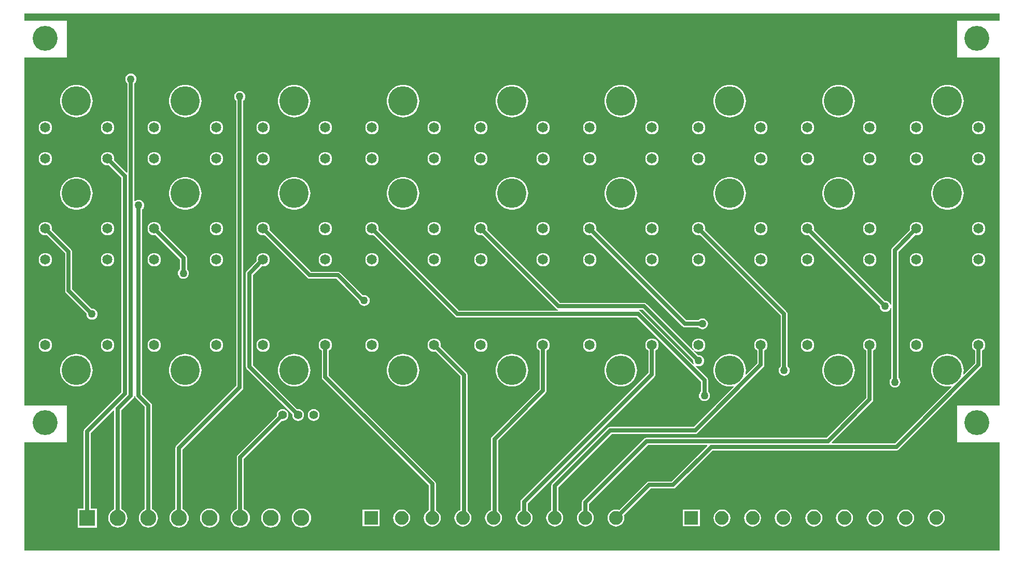
<source format=gtl>
G04*
G04 #@! TF.GenerationSoftware,Altium Limited,Altium Designer,19.1.8 (144)*
G04*
G04 Layer_Physical_Order=1*
G04 Layer_Color=255*
%FSLAX25Y25*%
%MOIN*%
G70*
G01*
G75*
%ADD23C,0.02500*%
%ADD24C,0.08858*%
%ADD25R,0.08858X0.08858*%
%ADD26C,0.18898*%
%ADD27C,0.06496*%
%ADD28C,0.05512*%
%ADD29C,0.10335*%
%ADD30R,0.10335X0.10335*%
%ADD31C,0.16000*%
%ADD32C,0.05000*%
G36*
X748471Y453750D02*
X721250D01*
Y430000D01*
X748471D01*
Y206250D01*
X721250D01*
Y182500D01*
X748471D01*
Y112779D01*
X121529D01*
Y182500D01*
X148750D01*
Y206250D01*
X121529D01*
Y430000D01*
X148750D01*
Y453750D01*
X121529D01*
Y458471D01*
X748471D01*
Y453750D01*
D02*
G37*
%LPC*%
G36*
X715000Y412568D02*
X713360Y412439D01*
X711761Y412055D01*
X710242Y411425D01*
X708839Y410566D01*
X707589Y409498D01*
X706521Y408247D01*
X705661Y406845D01*
X705032Y405326D01*
X704648Y403726D01*
X704519Y402087D01*
X704648Y400447D01*
X705032Y398848D01*
X705661Y397328D01*
X706521Y395926D01*
X707589Y394675D01*
X708839Y393607D01*
X710242Y392748D01*
X711761Y392119D01*
X713360Y391735D01*
X715000Y391605D01*
X716640Y391735D01*
X718239Y392119D01*
X719758Y392748D01*
X721161Y393607D01*
X722411Y394675D01*
X723479Y395926D01*
X724339Y397328D01*
X724968Y398848D01*
X725352Y400447D01*
X725481Y402087D01*
X725352Y403726D01*
X724968Y405326D01*
X724339Y406845D01*
X723479Y408247D01*
X722411Y409498D01*
X721161Y410566D01*
X719758Y411425D01*
X718239Y412055D01*
X716640Y412439D01*
X715000Y412568D01*
D02*
G37*
G36*
X645000D02*
X643360Y412439D01*
X641761Y412055D01*
X640242Y411425D01*
X638839Y410566D01*
X637589Y409498D01*
X636521Y408247D01*
X635661Y406845D01*
X635032Y405326D01*
X634648Y403726D01*
X634519Y402087D01*
X634648Y400447D01*
X635032Y398848D01*
X635661Y397328D01*
X636521Y395926D01*
X637589Y394675D01*
X638839Y393607D01*
X640242Y392748D01*
X641761Y392119D01*
X643360Y391735D01*
X645000Y391605D01*
X646640Y391735D01*
X648239Y392119D01*
X649758Y392748D01*
X651161Y393607D01*
X652411Y394675D01*
X653479Y395926D01*
X654339Y397328D01*
X654968Y398848D01*
X655352Y400447D01*
X655481Y402087D01*
X655352Y403726D01*
X654968Y405326D01*
X654339Y406845D01*
X653479Y408247D01*
X652411Y409498D01*
X651161Y410566D01*
X649758Y411425D01*
X648239Y412055D01*
X646640Y412439D01*
X645000Y412568D01*
D02*
G37*
G36*
X575000D02*
X573360Y412439D01*
X571761Y412055D01*
X570242Y411425D01*
X568839Y410566D01*
X567589Y409498D01*
X566521Y408247D01*
X565661Y406845D01*
X565032Y405326D01*
X564648Y403726D01*
X564519Y402087D01*
X564648Y400447D01*
X565032Y398848D01*
X565661Y397328D01*
X566521Y395926D01*
X567589Y394675D01*
X568839Y393607D01*
X570242Y392748D01*
X571761Y392119D01*
X573360Y391735D01*
X575000Y391605D01*
X576640Y391735D01*
X578239Y392119D01*
X579758Y392748D01*
X581161Y393607D01*
X582411Y394675D01*
X583479Y395926D01*
X584339Y397328D01*
X584968Y398848D01*
X585352Y400447D01*
X585481Y402087D01*
X585352Y403726D01*
X584968Y405326D01*
X584339Y406845D01*
X583479Y408247D01*
X582411Y409498D01*
X581161Y410566D01*
X579758Y411425D01*
X578239Y412055D01*
X576640Y412439D01*
X575000Y412568D01*
D02*
G37*
G36*
X505000D02*
X503360Y412439D01*
X501761Y412055D01*
X500242Y411425D01*
X498839Y410566D01*
X497589Y409498D01*
X496521Y408247D01*
X495661Y406845D01*
X495032Y405326D01*
X494648Y403726D01*
X494519Y402087D01*
X494648Y400447D01*
X495032Y398848D01*
X495661Y397328D01*
X496521Y395926D01*
X497589Y394675D01*
X498839Y393607D01*
X500242Y392748D01*
X501761Y392119D01*
X503360Y391735D01*
X505000Y391605D01*
X506640Y391735D01*
X508239Y392119D01*
X509758Y392748D01*
X511161Y393607D01*
X512411Y394675D01*
X513479Y395926D01*
X514339Y397328D01*
X514968Y398848D01*
X515352Y400447D01*
X515481Y402087D01*
X515352Y403726D01*
X514968Y405326D01*
X514339Y406845D01*
X513479Y408247D01*
X512411Y409498D01*
X511161Y410566D01*
X509758Y411425D01*
X508239Y412055D01*
X506640Y412439D01*
X505000Y412568D01*
D02*
G37*
G36*
X435000D02*
X433360Y412439D01*
X431761Y412055D01*
X430242Y411425D01*
X428839Y410566D01*
X427589Y409498D01*
X426521Y408247D01*
X425661Y406845D01*
X425032Y405326D01*
X424648Y403726D01*
X424519Y402087D01*
X424648Y400447D01*
X425032Y398848D01*
X425661Y397328D01*
X426521Y395926D01*
X427589Y394675D01*
X428839Y393607D01*
X430242Y392748D01*
X431761Y392119D01*
X433360Y391735D01*
X435000Y391605D01*
X436640Y391735D01*
X438239Y392119D01*
X439758Y392748D01*
X441161Y393607D01*
X442411Y394675D01*
X443479Y395926D01*
X444339Y397328D01*
X444968Y398848D01*
X445352Y400447D01*
X445481Y402087D01*
X445352Y403726D01*
X444968Y405326D01*
X444339Y406845D01*
X443479Y408247D01*
X442411Y409498D01*
X441161Y410566D01*
X439758Y411425D01*
X438239Y412055D01*
X436640Y412439D01*
X435000Y412568D01*
D02*
G37*
G36*
X365000D02*
X363360Y412439D01*
X361761Y412055D01*
X360242Y411425D01*
X358839Y410566D01*
X357589Y409498D01*
X356521Y408247D01*
X355661Y406845D01*
X355032Y405326D01*
X354648Y403726D01*
X354519Y402087D01*
X354648Y400447D01*
X355032Y398848D01*
X355661Y397328D01*
X356521Y395926D01*
X357589Y394675D01*
X358839Y393607D01*
X360242Y392748D01*
X361761Y392119D01*
X363360Y391735D01*
X365000Y391605D01*
X366640Y391735D01*
X368239Y392119D01*
X369758Y392748D01*
X371161Y393607D01*
X372411Y394675D01*
X373479Y395926D01*
X374339Y397328D01*
X374968Y398848D01*
X375352Y400447D01*
X375481Y402087D01*
X375352Y403726D01*
X374968Y405326D01*
X374339Y406845D01*
X373479Y408247D01*
X372411Y409498D01*
X371161Y410566D01*
X369758Y411425D01*
X368239Y412055D01*
X366640Y412439D01*
X365000Y412568D01*
D02*
G37*
G36*
X295000D02*
X293360Y412439D01*
X291761Y412055D01*
X290242Y411425D01*
X288839Y410566D01*
X287589Y409498D01*
X286521Y408247D01*
X285661Y406845D01*
X285032Y405326D01*
X284648Y403726D01*
X284519Y402087D01*
X284648Y400447D01*
X285032Y398848D01*
X285661Y397328D01*
X286521Y395926D01*
X287589Y394675D01*
X288839Y393607D01*
X290242Y392748D01*
X291761Y392119D01*
X293360Y391735D01*
X295000Y391605D01*
X296640Y391735D01*
X298239Y392119D01*
X299758Y392748D01*
X301161Y393607D01*
X302411Y394675D01*
X303479Y395926D01*
X304339Y397328D01*
X304968Y398848D01*
X305352Y400447D01*
X305481Y402087D01*
X305352Y403726D01*
X304968Y405326D01*
X304339Y406845D01*
X303479Y408247D01*
X302411Y409498D01*
X301161Y410566D01*
X299758Y411425D01*
X298239Y412055D01*
X296640Y412439D01*
X295000Y412568D01*
D02*
G37*
G36*
X225000D02*
X223360Y412439D01*
X221761Y412055D01*
X220242Y411425D01*
X218839Y410566D01*
X217589Y409498D01*
X216521Y408247D01*
X215661Y406845D01*
X215032Y405326D01*
X214648Y403726D01*
X214519Y402087D01*
X214648Y400447D01*
X215032Y398848D01*
X215661Y397328D01*
X216521Y395926D01*
X217589Y394675D01*
X218839Y393607D01*
X220242Y392748D01*
X221761Y392119D01*
X223360Y391735D01*
X225000Y391605D01*
X226640Y391735D01*
X228239Y392119D01*
X229758Y392748D01*
X231161Y393607D01*
X232411Y394675D01*
X233479Y395926D01*
X234339Y397328D01*
X234968Y398848D01*
X235352Y400447D01*
X235481Y402087D01*
X235352Y403726D01*
X234968Y405326D01*
X234339Y406845D01*
X233479Y408247D01*
X232411Y409498D01*
X231161Y410566D01*
X229758Y411425D01*
X228239Y412055D01*
X226640Y412439D01*
X225000Y412568D01*
D02*
G37*
G36*
X155000D02*
X153360Y412439D01*
X151761Y412055D01*
X150242Y411425D01*
X148839Y410566D01*
X147589Y409498D01*
X146521Y408247D01*
X145661Y406845D01*
X145032Y405326D01*
X144648Y403726D01*
X144519Y402087D01*
X144648Y400447D01*
X145032Y398848D01*
X145661Y397328D01*
X146521Y395926D01*
X147589Y394675D01*
X148839Y393607D01*
X150242Y392748D01*
X151761Y392119D01*
X153360Y391735D01*
X155000Y391605D01*
X156640Y391735D01*
X158239Y392119D01*
X159758Y392748D01*
X161161Y393607D01*
X162411Y394675D01*
X163479Y395926D01*
X164339Y397328D01*
X164968Y398848D01*
X165352Y400447D01*
X165481Y402087D01*
X165352Y403726D01*
X164968Y405326D01*
X164339Y406845D01*
X163479Y408247D01*
X162411Y409498D01*
X161161Y410566D01*
X159758Y411425D01*
X158239Y412055D01*
X156640Y412439D01*
X155000Y412568D01*
D02*
G37*
G36*
X735000Y389285D02*
X733891Y389139D01*
X732858Y388711D01*
X731970Y388030D01*
X731289Y387142D01*
X730861Y386109D01*
X730715Y385000D01*
X730861Y383891D01*
X731289Y382858D01*
X731970Y381970D01*
X732858Y381289D01*
X733891Y380861D01*
X735000Y380715D01*
X736109Y380861D01*
X737142Y381289D01*
X738030Y381970D01*
X738711Y382858D01*
X739139Y383891D01*
X739285Y385000D01*
X739139Y386109D01*
X738711Y387142D01*
X738030Y388030D01*
X737142Y388711D01*
X736109Y389139D01*
X735000Y389285D01*
D02*
G37*
G36*
X695000D02*
X693891Y389139D01*
X692858Y388711D01*
X691970Y388030D01*
X691289Y387142D01*
X690861Y386109D01*
X690715Y385000D01*
X690861Y383891D01*
X691289Y382858D01*
X691970Y381970D01*
X692858Y381289D01*
X693891Y380861D01*
X695000Y380715D01*
X696109Y380861D01*
X697142Y381289D01*
X698030Y381970D01*
X698711Y382858D01*
X699139Y383891D01*
X699285Y385000D01*
X699139Y386109D01*
X698711Y387142D01*
X698030Y388030D01*
X697142Y388711D01*
X696109Y389139D01*
X695000Y389285D01*
D02*
G37*
G36*
X665000D02*
X663891Y389139D01*
X662858Y388711D01*
X661970Y388030D01*
X661289Y387142D01*
X660861Y386109D01*
X660715Y385000D01*
X660861Y383891D01*
X661289Y382858D01*
X661970Y381970D01*
X662858Y381289D01*
X663891Y380861D01*
X665000Y380715D01*
X666109Y380861D01*
X667142Y381289D01*
X668030Y381970D01*
X668711Y382858D01*
X669139Y383891D01*
X669285Y385000D01*
X669139Y386109D01*
X668711Y387142D01*
X668030Y388030D01*
X667142Y388711D01*
X666109Y389139D01*
X665000Y389285D01*
D02*
G37*
G36*
X625000D02*
X623891Y389139D01*
X622858Y388711D01*
X621970Y388030D01*
X621289Y387142D01*
X620861Y386109D01*
X620715Y385000D01*
X620861Y383891D01*
X621289Y382858D01*
X621970Y381970D01*
X622858Y381289D01*
X623891Y380861D01*
X625000Y380715D01*
X626109Y380861D01*
X627142Y381289D01*
X628030Y381970D01*
X628711Y382858D01*
X629139Y383891D01*
X629285Y385000D01*
X629139Y386109D01*
X628711Y387142D01*
X628030Y388030D01*
X627142Y388711D01*
X626109Y389139D01*
X625000Y389285D01*
D02*
G37*
G36*
X595000D02*
X593891Y389139D01*
X592858Y388711D01*
X591970Y388030D01*
X591289Y387142D01*
X590861Y386109D01*
X590715Y385000D01*
X590861Y383891D01*
X591289Y382858D01*
X591970Y381970D01*
X592858Y381289D01*
X593891Y380861D01*
X595000Y380715D01*
X596109Y380861D01*
X597142Y381289D01*
X598030Y381970D01*
X598711Y382858D01*
X599139Y383891D01*
X599285Y385000D01*
X599139Y386109D01*
X598711Y387142D01*
X598030Y388030D01*
X597142Y388711D01*
X596109Y389139D01*
X595000Y389285D01*
D02*
G37*
G36*
X555000D02*
X553891Y389139D01*
X552858Y388711D01*
X551970Y388030D01*
X551289Y387142D01*
X550861Y386109D01*
X550715Y385000D01*
X550861Y383891D01*
X551289Y382858D01*
X551970Y381970D01*
X552858Y381289D01*
X553891Y380861D01*
X555000Y380715D01*
X556109Y380861D01*
X557142Y381289D01*
X558030Y381970D01*
X558711Y382858D01*
X559139Y383891D01*
X559285Y385000D01*
X559139Y386109D01*
X558711Y387142D01*
X558030Y388030D01*
X557142Y388711D01*
X556109Y389139D01*
X555000Y389285D01*
D02*
G37*
G36*
X525000D02*
X523891Y389139D01*
X522858Y388711D01*
X521970Y388030D01*
X521289Y387142D01*
X520861Y386109D01*
X520715Y385000D01*
X520861Y383891D01*
X521289Y382858D01*
X521970Y381970D01*
X522858Y381289D01*
X523891Y380861D01*
X525000Y380715D01*
X526109Y380861D01*
X527142Y381289D01*
X528030Y381970D01*
X528711Y382858D01*
X529139Y383891D01*
X529285Y385000D01*
X529139Y386109D01*
X528711Y387142D01*
X528030Y388030D01*
X527142Y388711D01*
X526109Y389139D01*
X525000Y389285D01*
D02*
G37*
G36*
X485000D02*
X483891Y389139D01*
X482858Y388711D01*
X481970Y388030D01*
X481289Y387142D01*
X480861Y386109D01*
X480715Y385000D01*
X480861Y383891D01*
X481289Y382858D01*
X481970Y381970D01*
X482858Y381289D01*
X483891Y380861D01*
X485000Y380715D01*
X486109Y380861D01*
X487142Y381289D01*
X488030Y381970D01*
X488711Y382858D01*
X489139Y383891D01*
X489285Y385000D01*
X489139Y386109D01*
X488711Y387142D01*
X488030Y388030D01*
X487142Y388711D01*
X486109Y389139D01*
X485000Y389285D01*
D02*
G37*
G36*
X455000D02*
X453891Y389139D01*
X452858Y388711D01*
X451970Y388030D01*
X451289Y387142D01*
X450861Y386109D01*
X450715Y385000D01*
X450861Y383891D01*
X451289Y382858D01*
X451970Y381970D01*
X452858Y381289D01*
X453891Y380861D01*
X455000Y380715D01*
X456109Y380861D01*
X457142Y381289D01*
X458030Y381970D01*
X458711Y382858D01*
X459139Y383891D01*
X459285Y385000D01*
X459139Y386109D01*
X458711Y387142D01*
X458030Y388030D01*
X457142Y388711D01*
X456109Y389139D01*
X455000Y389285D01*
D02*
G37*
G36*
X415000D02*
X413891Y389139D01*
X412858Y388711D01*
X411970Y388030D01*
X411289Y387142D01*
X410861Y386109D01*
X410715Y385000D01*
X410861Y383891D01*
X411289Y382858D01*
X411970Y381970D01*
X412858Y381289D01*
X413891Y380861D01*
X415000Y380715D01*
X416109Y380861D01*
X417142Y381289D01*
X418030Y381970D01*
X418711Y382858D01*
X419139Y383891D01*
X419285Y385000D01*
X419139Y386109D01*
X418711Y387142D01*
X418030Y388030D01*
X417142Y388711D01*
X416109Y389139D01*
X415000Y389285D01*
D02*
G37*
G36*
X385000D02*
X383891Y389139D01*
X382858Y388711D01*
X381970Y388030D01*
X381289Y387142D01*
X380861Y386109D01*
X380715Y385000D01*
X380861Y383891D01*
X381289Y382858D01*
X381970Y381970D01*
X382858Y381289D01*
X383891Y380861D01*
X385000Y380715D01*
X386109Y380861D01*
X387142Y381289D01*
X388030Y381970D01*
X388711Y382858D01*
X389139Y383891D01*
X389285Y385000D01*
X389139Y386109D01*
X388711Y387142D01*
X388030Y388030D01*
X387142Y388711D01*
X386109Y389139D01*
X385000Y389285D01*
D02*
G37*
G36*
X345000D02*
X343891Y389139D01*
X342858Y388711D01*
X341970Y388030D01*
X341289Y387142D01*
X340861Y386109D01*
X340715Y385000D01*
X340861Y383891D01*
X341289Y382858D01*
X341970Y381970D01*
X342858Y381289D01*
X343891Y380861D01*
X345000Y380715D01*
X346109Y380861D01*
X347142Y381289D01*
X348030Y381970D01*
X348711Y382858D01*
X349139Y383891D01*
X349285Y385000D01*
X349139Y386109D01*
X348711Y387142D01*
X348030Y388030D01*
X347142Y388711D01*
X346109Y389139D01*
X345000Y389285D01*
D02*
G37*
G36*
X315000D02*
X313891Y389139D01*
X312858Y388711D01*
X311970Y388030D01*
X311289Y387142D01*
X310861Y386109D01*
X310715Y385000D01*
X310861Y383891D01*
X311289Y382858D01*
X311970Y381970D01*
X312858Y381289D01*
X313891Y380861D01*
X315000Y380715D01*
X316109Y380861D01*
X317142Y381289D01*
X318030Y381970D01*
X318711Y382858D01*
X319139Y383891D01*
X319285Y385000D01*
X319139Y386109D01*
X318711Y387142D01*
X318030Y388030D01*
X317142Y388711D01*
X316109Y389139D01*
X315000Y389285D01*
D02*
G37*
G36*
X275000D02*
X273891Y389139D01*
X272858Y388711D01*
X271970Y388030D01*
X271289Y387142D01*
X270861Y386109D01*
X270715Y385000D01*
X270861Y383891D01*
X271289Y382858D01*
X271970Y381970D01*
X272858Y381289D01*
X273891Y380861D01*
X275000Y380715D01*
X276109Y380861D01*
X277142Y381289D01*
X278030Y381970D01*
X278711Y382858D01*
X279139Y383891D01*
X279285Y385000D01*
X279139Y386109D01*
X278711Y387142D01*
X278030Y388030D01*
X277142Y388711D01*
X276109Y389139D01*
X275000Y389285D01*
D02*
G37*
G36*
X245000D02*
X243891Y389139D01*
X242858Y388711D01*
X241970Y388030D01*
X241289Y387142D01*
X240861Y386109D01*
X240715Y385000D01*
X240861Y383891D01*
X241289Y382858D01*
X241970Y381970D01*
X242858Y381289D01*
X243891Y380861D01*
X245000Y380715D01*
X246109Y380861D01*
X247142Y381289D01*
X248030Y381970D01*
X248711Y382858D01*
X249139Y383891D01*
X249285Y385000D01*
X249139Y386109D01*
X248711Y387142D01*
X248030Y388030D01*
X247142Y388711D01*
X246109Y389139D01*
X245000Y389285D01*
D02*
G37*
G36*
X205000D02*
X203891Y389139D01*
X202858Y388711D01*
X201970Y388030D01*
X201289Y387142D01*
X200861Y386109D01*
X200715Y385000D01*
X200861Y383891D01*
X201289Y382858D01*
X201970Y381970D01*
X202858Y381289D01*
X203891Y380861D01*
X205000Y380715D01*
X206109Y380861D01*
X207142Y381289D01*
X208030Y381970D01*
X208711Y382858D01*
X209139Y383891D01*
X209285Y385000D01*
X209139Y386109D01*
X208711Y387142D01*
X208030Y388030D01*
X207142Y388711D01*
X206109Y389139D01*
X205000Y389285D01*
D02*
G37*
G36*
X175000D02*
X173891Y389139D01*
X172858Y388711D01*
X171970Y388030D01*
X171289Y387142D01*
X170861Y386109D01*
X170715Y385000D01*
X170861Y383891D01*
X171289Y382858D01*
X171970Y381970D01*
X172858Y381289D01*
X173891Y380861D01*
X175000Y380715D01*
X176109Y380861D01*
X177142Y381289D01*
X178030Y381970D01*
X178711Y382858D01*
X179139Y383891D01*
X179285Y385000D01*
X179139Y386109D01*
X178711Y387142D01*
X178030Y388030D01*
X177142Y388711D01*
X176109Y389139D01*
X175000Y389285D01*
D02*
G37*
G36*
X135000D02*
X133891Y389139D01*
X132858Y388711D01*
X131970Y388030D01*
X131289Y387142D01*
X130861Y386109D01*
X130715Y385000D01*
X130861Y383891D01*
X131289Y382858D01*
X131970Y381970D01*
X132858Y381289D01*
X133891Y380861D01*
X135000Y380715D01*
X136109Y380861D01*
X137142Y381289D01*
X138030Y381970D01*
X138711Y382858D01*
X139139Y383891D01*
X139285Y385000D01*
X139139Y386109D01*
X138711Y387142D01*
X138030Y388030D01*
X137142Y388711D01*
X136109Y389139D01*
X135000Y389285D01*
D02*
G37*
G36*
X735000Y369285D02*
X733891Y369139D01*
X732858Y368711D01*
X731970Y368030D01*
X731289Y367142D01*
X730861Y366109D01*
X730715Y365000D01*
X730861Y363891D01*
X731289Y362858D01*
X731970Y361970D01*
X732858Y361289D01*
X733891Y360861D01*
X735000Y360715D01*
X736109Y360861D01*
X737142Y361289D01*
X738030Y361970D01*
X738711Y362858D01*
X739139Y363891D01*
X739285Y365000D01*
X739139Y366109D01*
X738711Y367142D01*
X738030Y368030D01*
X737142Y368711D01*
X736109Y369139D01*
X735000Y369285D01*
D02*
G37*
G36*
X695000D02*
X693891Y369139D01*
X692858Y368711D01*
X691970Y368030D01*
X691289Y367142D01*
X690861Y366109D01*
X690715Y365000D01*
X690861Y363891D01*
X691289Y362858D01*
X691970Y361970D01*
X692858Y361289D01*
X693891Y360861D01*
X695000Y360715D01*
X696109Y360861D01*
X697142Y361289D01*
X698030Y361970D01*
X698711Y362858D01*
X699139Y363891D01*
X699285Y365000D01*
X699139Y366109D01*
X698711Y367142D01*
X698030Y368030D01*
X697142Y368711D01*
X696109Y369139D01*
X695000Y369285D01*
D02*
G37*
G36*
X665000D02*
X663891Y369139D01*
X662858Y368711D01*
X661970Y368030D01*
X661289Y367142D01*
X660861Y366109D01*
X660715Y365000D01*
X660861Y363891D01*
X661289Y362858D01*
X661970Y361970D01*
X662858Y361289D01*
X663891Y360861D01*
X665000Y360715D01*
X666109Y360861D01*
X667142Y361289D01*
X668030Y361970D01*
X668711Y362858D01*
X669139Y363891D01*
X669285Y365000D01*
X669139Y366109D01*
X668711Y367142D01*
X668030Y368030D01*
X667142Y368711D01*
X666109Y369139D01*
X665000Y369285D01*
D02*
G37*
G36*
X625000D02*
X623891Y369139D01*
X622858Y368711D01*
X621970Y368030D01*
X621289Y367142D01*
X620861Y366109D01*
X620715Y365000D01*
X620861Y363891D01*
X621289Y362858D01*
X621970Y361970D01*
X622858Y361289D01*
X623891Y360861D01*
X625000Y360715D01*
X626109Y360861D01*
X627142Y361289D01*
X628030Y361970D01*
X628711Y362858D01*
X629139Y363891D01*
X629285Y365000D01*
X629139Y366109D01*
X628711Y367142D01*
X628030Y368030D01*
X627142Y368711D01*
X626109Y369139D01*
X625000Y369285D01*
D02*
G37*
G36*
X595000D02*
X593891Y369139D01*
X592858Y368711D01*
X591970Y368030D01*
X591289Y367142D01*
X590861Y366109D01*
X590715Y365000D01*
X590861Y363891D01*
X591289Y362858D01*
X591970Y361970D01*
X592858Y361289D01*
X593891Y360861D01*
X595000Y360715D01*
X596109Y360861D01*
X597142Y361289D01*
X598030Y361970D01*
X598711Y362858D01*
X599139Y363891D01*
X599285Y365000D01*
X599139Y366109D01*
X598711Y367142D01*
X598030Y368030D01*
X597142Y368711D01*
X596109Y369139D01*
X595000Y369285D01*
D02*
G37*
G36*
X555000D02*
X553891Y369139D01*
X552858Y368711D01*
X551970Y368030D01*
X551289Y367142D01*
X550861Y366109D01*
X550715Y365000D01*
X550861Y363891D01*
X551289Y362858D01*
X551970Y361970D01*
X552858Y361289D01*
X553891Y360861D01*
X555000Y360715D01*
X556109Y360861D01*
X557142Y361289D01*
X558030Y361970D01*
X558711Y362858D01*
X559139Y363891D01*
X559285Y365000D01*
X559139Y366109D01*
X558711Y367142D01*
X558030Y368030D01*
X557142Y368711D01*
X556109Y369139D01*
X555000Y369285D01*
D02*
G37*
G36*
X525000D02*
X523891Y369139D01*
X522858Y368711D01*
X521970Y368030D01*
X521289Y367142D01*
X520861Y366109D01*
X520715Y365000D01*
X520861Y363891D01*
X521289Y362858D01*
X521970Y361970D01*
X522858Y361289D01*
X523891Y360861D01*
X525000Y360715D01*
X526109Y360861D01*
X527142Y361289D01*
X528030Y361970D01*
X528711Y362858D01*
X529139Y363891D01*
X529285Y365000D01*
X529139Y366109D01*
X528711Y367142D01*
X528030Y368030D01*
X527142Y368711D01*
X526109Y369139D01*
X525000Y369285D01*
D02*
G37*
G36*
X485000D02*
X483891Y369139D01*
X482858Y368711D01*
X481970Y368030D01*
X481289Y367142D01*
X480861Y366109D01*
X480715Y365000D01*
X480861Y363891D01*
X481289Y362858D01*
X481970Y361970D01*
X482858Y361289D01*
X483891Y360861D01*
X485000Y360715D01*
X486109Y360861D01*
X487142Y361289D01*
X488030Y361970D01*
X488711Y362858D01*
X489139Y363891D01*
X489285Y365000D01*
X489139Y366109D01*
X488711Y367142D01*
X488030Y368030D01*
X487142Y368711D01*
X486109Y369139D01*
X485000Y369285D01*
D02*
G37*
G36*
X455000D02*
X453891Y369139D01*
X452858Y368711D01*
X451970Y368030D01*
X451289Y367142D01*
X450861Y366109D01*
X450715Y365000D01*
X450861Y363891D01*
X451289Y362858D01*
X451970Y361970D01*
X452858Y361289D01*
X453891Y360861D01*
X455000Y360715D01*
X456109Y360861D01*
X457142Y361289D01*
X458030Y361970D01*
X458711Y362858D01*
X459139Y363891D01*
X459285Y365000D01*
X459139Y366109D01*
X458711Y367142D01*
X458030Y368030D01*
X457142Y368711D01*
X456109Y369139D01*
X455000Y369285D01*
D02*
G37*
G36*
X415000D02*
X413891Y369139D01*
X412858Y368711D01*
X411970Y368030D01*
X411289Y367142D01*
X410861Y366109D01*
X410715Y365000D01*
X410861Y363891D01*
X411289Y362858D01*
X411970Y361970D01*
X412858Y361289D01*
X413891Y360861D01*
X415000Y360715D01*
X416109Y360861D01*
X417142Y361289D01*
X418030Y361970D01*
X418711Y362858D01*
X419139Y363891D01*
X419285Y365000D01*
X419139Y366109D01*
X418711Y367142D01*
X418030Y368030D01*
X417142Y368711D01*
X416109Y369139D01*
X415000Y369285D01*
D02*
G37*
G36*
X385000D02*
X383891Y369139D01*
X382858Y368711D01*
X381970Y368030D01*
X381289Y367142D01*
X380861Y366109D01*
X380715Y365000D01*
X380861Y363891D01*
X381289Y362858D01*
X381970Y361970D01*
X382858Y361289D01*
X383891Y360861D01*
X385000Y360715D01*
X386109Y360861D01*
X387142Y361289D01*
X388030Y361970D01*
X388711Y362858D01*
X389139Y363891D01*
X389285Y365000D01*
X389139Y366109D01*
X388711Y367142D01*
X388030Y368030D01*
X387142Y368711D01*
X386109Y369139D01*
X385000Y369285D01*
D02*
G37*
G36*
X345000D02*
X343891Y369139D01*
X342858Y368711D01*
X341970Y368030D01*
X341289Y367142D01*
X340861Y366109D01*
X340715Y365000D01*
X340861Y363891D01*
X341289Y362858D01*
X341970Y361970D01*
X342858Y361289D01*
X343891Y360861D01*
X345000Y360715D01*
X346109Y360861D01*
X347142Y361289D01*
X348030Y361970D01*
X348711Y362858D01*
X349139Y363891D01*
X349285Y365000D01*
X349139Y366109D01*
X348711Y367142D01*
X348030Y368030D01*
X347142Y368711D01*
X346109Y369139D01*
X345000Y369285D01*
D02*
G37*
G36*
X315000D02*
X313891Y369139D01*
X312858Y368711D01*
X311970Y368030D01*
X311289Y367142D01*
X310861Y366109D01*
X310715Y365000D01*
X310861Y363891D01*
X311289Y362858D01*
X311970Y361970D01*
X312858Y361289D01*
X313891Y360861D01*
X315000Y360715D01*
X316109Y360861D01*
X317142Y361289D01*
X318030Y361970D01*
X318711Y362858D01*
X319139Y363891D01*
X319285Y365000D01*
X319139Y366109D01*
X318711Y367142D01*
X318030Y368030D01*
X317142Y368711D01*
X316109Y369139D01*
X315000Y369285D01*
D02*
G37*
G36*
X275000D02*
X273891Y369139D01*
X272858Y368711D01*
X271970Y368030D01*
X271289Y367142D01*
X270861Y366109D01*
X270715Y365000D01*
X270861Y363891D01*
X271289Y362858D01*
X271970Y361970D01*
X272858Y361289D01*
X273891Y360861D01*
X275000Y360715D01*
X276109Y360861D01*
X277142Y361289D01*
X278030Y361970D01*
X278711Y362858D01*
X279139Y363891D01*
X279285Y365000D01*
X279139Y366109D01*
X278711Y367142D01*
X278030Y368030D01*
X277142Y368711D01*
X276109Y369139D01*
X275000Y369285D01*
D02*
G37*
G36*
X245000D02*
X243891Y369139D01*
X242858Y368711D01*
X241970Y368030D01*
X241289Y367142D01*
X240861Y366109D01*
X240715Y365000D01*
X240861Y363891D01*
X241289Y362858D01*
X241970Y361970D01*
X242858Y361289D01*
X243891Y360861D01*
X245000Y360715D01*
X246109Y360861D01*
X247142Y361289D01*
X248030Y361970D01*
X248711Y362858D01*
X249139Y363891D01*
X249285Y365000D01*
X249139Y366109D01*
X248711Y367142D01*
X248030Y368030D01*
X247142Y368711D01*
X246109Y369139D01*
X245000Y369285D01*
D02*
G37*
G36*
X205000D02*
X203891Y369139D01*
X202858Y368711D01*
X201970Y368030D01*
X201289Y367142D01*
X200861Y366109D01*
X200715Y365000D01*
X200861Y363891D01*
X201289Y362858D01*
X201970Y361970D01*
X202858Y361289D01*
X203891Y360861D01*
X205000Y360715D01*
X206109Y360861D01*
X207142Y361289D01*
X208030Y361970D01*
X208711Y362858D01*
X209139Y363891D01*
X209285Y365000D01*
X209139Y366109D01*
X208711Y367142D01*
X208030Y368030D01*
X207142Y368711D01*
X206109Y369139D01*
X205000Y369285D01*
D02*
G37*
G36*
X135000D02*
X133891Y369139D01*
X132858Y368711D01*
X131970Y368030D01*
X131289Y367142D01*
X130861Y366109D01*
X130715Y365000D01*
X130861Y363891D01*
X131289Y362858D01*
X131970Y361970D01*
X132858Y361289D01*
X133891Y360861D01*
X135000Y360715D01*
X136109Y360861D01*
X137142Y361289D01*
X138030Y361970D01*
X138711Y362858D01*
X139139Y363891D01*
X139285Y365000D01*
X139139Y366109D01*
X138711Y367142D01*
X138030Y368030D01*
X137142Y368711D01*
X136109Y369139D01*
X135000Y369285D01*
D02*
G37*
G36*
X190000Y419780D02*
X189086Y419660D01*
X188235Y419307D01*
X187504Y418746D01*
X186943Y418015D01*
X186590Y417164D01*
X186470Y416250D01*
X186590Y415336D01*
X186943Y414485D01*
X187504Y413754D01*
X187706Y413599D01*
Y407500D01*
Y356192D01*
X187244Y356000D01*
X179164Y364081D01*
X179285Y365000D01*
X179139Y366109D01*
X178711Y367142D01*
X178030Y368030D01*
X177142Y368711D01*
X176109Y369139D01*
X175000Y369285D01*
X173891Y369139D01*
X172858Y368711D01*
X171970Y368030D01*
X171289Y367142D01*
X170861Y366109D01*
X170715Y365000D01*
X170861Y363891D01*
X171289Y362858D01*
X171970Y361970D01*
X172858Y361289D01*
X173891Y360861D01*
X175000Y360715D01*
X175919Y360836D01*
X183956Y352800D01*
Y214700D01*
X160268Y191012D01*
X159770Y190268D01*
X159596Y189390D01*
Y139917D01*
X155722D01*
Y127583D01*
X168057D01*
Y139917D01*
X164184D01*
Y188440D01*
X178819Y203075D01*
X179281Y202883D01*
Y139499D01*
X179203Y139475D01*
X178132Y138903D01*
X177193Y138132D01*
X176422Y137193D01*
X175849Y136122D01*
X175497Y134959D01*
X175378Y133750D01*
X175497Y132541D01*
X175849Y131378D01*
X176422Y130307D01*
X177193Y129368D01*
X178132Y128597D01*
X179203Y128025D01*
X180366Y127672D01*
X181575Y127553D01*
X182784Y127672D01*
X183946Y128025D01*
X185018Y128597D01*
X185957Y129368D01*
X186727Y130307D01*
X187300Y131378D01*
X187653Y132541D01*
X187772Y133750D01*
X187653Y134959D01*
X187300Y136122D01*
X186727Y137193D01*
X185957Y138132D01*
X185018Y138903D01*
X183946Y139475D01*
X183869Y139499D01*
Y203125D01*
X191622Y210878D01*
X192120Y211622D01*
X192245Y212254D01*
X192755D01*
X192880Y211622D01*
X193378Y210878D01*
X198966Y205290D01*
Y139499D01*
X198888Y139475D01*
X197817Y138903D01*
X196878Y138132D01*
X196107Y137193D01*
X195534Y136122D01*
X195182Y134959D01*
X195063Y133750D01*
X195182Y132541D01*
X195534Y131378D01*
X196107Y130307D01*
X196878Y129368D01*
X197817Y128597D01*
X198888Y128025D01*
X200051Y127672D01*
X201260Y127553D01*
X202469Y127672D01*
X203631Y128025D01*
X204703Y128597D01*
X205642Y129368D01*
X206413Y130307D01*
X206985Y131378D01*
X207338Y132541D01*
X207457Y133750D01*
X207338Y134959D01*
X206985Y136122D01*
X206413Y137193D01*
X205642Y138132D01*
X204703Y138903D01*
X203631Y139475D01*
X203554Y139499D01*
Y206240D01*
X203379Y207118D01*
X202882Y207862D01*
X197294Y213450D01*
Y332349D01*
X197496Y332504D01*
X198057Y333235D01*
X198410Y334086D01*
X198530Y335000D01*
X198410Y335914D01*
X198057Y336765D01*
X197496Y337496D01*
X196765Y338057D01*
X195914Y338410D01*
X195000Y338530D01*
X194086Y338410D01*
X193235Y338057D01*
X192794Y337719D01*
X192294Y337966D01*
Y407500D01*
Y413599D01*
X192496Y413754D01*
X193057Y414485D01*
X193410Y415336D01*
X193530Y416250D01*
X193410Y417164D01*
X193057Y418015D01*
X192496Y418746D01*
X191765Y419307D01*
X190914Y419660D01*
X190000Y419780D01*
D02*
G37*
G36*
X715000Y353119D02*
X713360Y352990D01*
X711761Y352606D01*
X710242Y351976D01*
X708839Y351117D01*
X707589Y350049D01*
X706521Y348798D01*
X705661Y347396D01*
X705032Y345877D01*
X704648Y344277D01*
X704519Y342638D01*
X704648Y340998D01*
X705032Y339399D01*
X705661Y337879D01*
X706521Y336477D01*
X707589Y335226D01*
X708839Y334158D01*
X710242Y333299D01*
X711761Y332670D01*
X713360Y332286D01*
X715000Y332157D01*
X716640Y332286D01*
X718239Y332670D01*
X719758Y333299D01*
X721161Y334158D01*
X722411Y335226D01*
X723479Y336477D01*
X724339Y337879D01*
X724968Y339399D01*
X725352Y340998D01*
X725481Y342638D01*
X725352Y344277D01*
X724968Y345877D01*
X724339Y347396D01*
X723479Y348798D01*
X722411Y350049D01*
X721161Y351117D01*
X719758Y351976D01*
X718239Y352606D01*
X716640Y352990D01*
X715000Y353119D01*
D02*
G37*
G36*
X645000D02*
X643360Y352990D01*
X641761Y352606D01*
X640242Y351976D01*
X638839Y351117D01*
X637589Y350049D01*
X636521Y348798D01*
X635661Y347396D01*
X635032Y345877D01*
X634648Y344277D01*
X634519Y342638D01*
X634648Y340998D01*
X635032Y339399D01*
X635661Y337879D01*
X636521Y336477D01*
X637589Y335226D01*
X638839Y334158D01*
X640242Y333299D01*
X641761Y332670D01*
X643360Y332286D01*
X645000Y332157D01*
X646640Y332286D01*
X648239Y332670D01*
X649758Y333299D01*
X651161Y334158D01*
X652411Y335226D01*
X653479Y336477D01*
X654339Y337879D01*
X654968Y339399D01*
X655352Y340998D01*
X655481Y342638D01*
X655352Y344277D01*
X654968Y345877D01*
X654339Y347396D01*
X653479Y348798D01*
X652411Y350049D01*
X651161Y351117D01*
X649758Y351976D01*
X648239Y352606D01*
X646640Y352990D01*
X645000Y353119D01*
D02*
G37*
G36*
X575000D02*
X573360Y352990D01*
X571761Y352606D01*
X570242Y351976D01*
X568839Y351117D01*
X567589Y350049D01*
X566521Y348798D01*
X565661Y347396D01*
X565032Y345877D01*
X564648Y344277D01*
X564519Y342638D01*
X564648Y340998D01*
X565032Y339399D01*
X565661Y337879D01*
X566521Y336477D01*
X567589Y335226D01*
X568839Y334158D01*
X570242Y333299D01*
X571761Y332670D01*
X573360Y332286D01*
X575000Y332157D01*
X576640Y332286D01*
X578239Y332670D01*
X579758Y333299D01*
X581161Y334158D01*
X582411Y335226D01*
X583479Y336477D01*
X584339Y337879D01*
X584968Y339399D01*
X585352Y340998D01*
X585481Y342638D01*
X585352Y344277D01*
X584968Y345877D01*
X584339Y347396D01*
X583479Y348798D01*
X582411Y350049D01*
X581161Y351117D01*
X579758Y351976D01*
X578239Y352606D01*
X576640Y352990D01*
X575000Y353119D01*
D02*
G37*
G36*
X505000D02*
X503360Y352990D01*
X501761Y352606D01*
X500242Y351976D01*
X498839Y351117D01*
X497589Y350049D01*
X496521Y348798D01*
X495661Y347396D01*
X495032Y345877D01*
X494648Y344277D01*
X494519Y342638D01*
X494648Y340998D01*
X495032Y339399D01*
X495661Y337879D01*
X496521Y336477D01*
X497589Y335226D01*
X498839Y334158D01*
X500242Y333299D01*
X501761Y332670D01*
X503360Y332286D01*
X505000Y332157D01*
X506640Y332286D01*
X508239Y332670D01*
X509758Y333299D01*
X511161Y334158D01*
X512411Y335226D01*
X513479Y336477D01*
X514339Y337879D01*
X514968Y339399D01*
X515352Y340998D01*
X515481Y342638D01*
X515352Y344277D01*
X514968Y345877D01*
X514339Y347396D01*
X513479Y348798D01*
X512411Y350049D01*
X511161Y351117D01*
X509758Y351976D01*
X508239Y352606D01*
X506640Y352990D01*
X505000Y353119D01*
D02*
G37*
G36*
X435000D02*
X433360Y352990D01*
X431761Y352606D01*
X430242Y351976D01*
X428839Y351117D01*
X427589Y350049D01*
X426521Y348798D01*
X425661Y347396D01*
X425032Y345877D01*
X424648Y344277D01*
X424519Y342638D01*
X424648Y340998D01*
X425032Y339399D01*
X425661Y337879D01*
X426521Y336477D01*
X427589Y335226D01*
X428839Y334158D01*
X430242Y333299D01*
X431761Y332670D01*
X433360Y332286D01*
X435000Y332157D01*
X436640Y332286D01*
X438239Y332670D01*
X439758Y333299D01*
X441161Y334158D01*
X442411Y335226D01*
X443479Y336477D01*
X444339Y337879D01*
X444968Y339399D01*
X445352Y340998D01*
X445481Y342638D01*
X445352Y344277D01*
X444968Y345877D01*
X444339Y347396D01*
X443479Y348798D01*
X442411Y350049D01*
X441161Y351117D01*
X439758Y351976D01*
X438239Y352606D01*
X436640Y352990D01*
X435000Y353119D01*
D02*
G37*
G36*
X365000D02*
X363360Y352990D01*
X361761Y352606D01*
X360242Y351976D01*
X358839Y351117D01*
X357589Y350049D01*
X356521Y348798D01*
X355661Y347396D01*
X355032Y345877D01*
X354648Y344277D01*
X354519Y342638D01*
X354648Y340998D01*
X355032Y339399D01*
X355661Y337879D01*
X356521Y336477D01*
X357589Y335226D01*
X358839Y334158D01*
X360242Y333299D01*
X361761Y332670D01*
X363360Y332286D01*
X365000Y332157D01*
X366640Y332286D01*
X368239Y332670D01*
X369758Y333299D01*
X371161Y334158D01*
X372411Y335226D01*
X373479Y336477D01*
X374339Y337879D01*
X374968Y339399D01*
X375352Y340998D01*
X375481Y342638D01*
X375352Y344277D01*
X374968Y345877D01*
X374339Y347396D01*
X373479Y348798D01*
X372411Y350049D01*
X371161Y351117D01*
X369758Y351976D01*
X368239Y352606D01*
X366640Y352990D01*
X365000Y353119D01*
D02*
G37*
G36*
X295000D02*
X293360Y352990D01*
X291761Y352606D01*
X290242Y351976D01*
X288839Y351117D01*
X287589Y350049D01*
X286521Y348798D01*
X285661Y347396D01*
X285032Y345877D01*
X284648Y344277D01*
X284519Y342638D01*
X284648Y340998D01*
X285032Y339399D01*
X285661Y337879D01*
X286521Y336477D01*
X287589Y335226D01*
X288839Y334158D01*
X290242Y333299D01*
X291761Y332670D01*
X293360Y332286D01*
X295000Y332157D01*
X296640Y332286D01*
X298239Y332670D01*
X299758Y333299D01*
X301161Y334158D01*
X302411Y335226D01*
X303479Y336477D01*
X304339Y337879D01*
X304968Y339399D01*
X305352Y340998D01*
X305481Y342638D01*
X305352Y344277D01*
X304968Y345877D01*
X304339Y347396D01*
X303479Y348798D01*
X302411Y350049D01*
X301161Y351117D01*
X299758Y351976D01*
X298239Y352606D01*
X296640Y352990D01*
X295000Y353119D01*
D02*
G37*
G36*
X225000D02*
X223360Y352990D01*
X221761Y352606D01*
X220242Y351976D01*
X218839Y351117D01*
X217589Y350049D01*
X216521Y348798D01*
X215661Y347396D01*
X215032Y345877D01*
X214648Y344277D01*
X214519Y342638D01*
X214648Y340998D01*
X215032Y339399D01*
X215661Y337879D01*
X216521Y336477D01*
X217589Y335226D01*
X218839Y334158D01*
X220242Y333299D01*
X221761Y332670D01*
X223360Y332286D01*
X225000Y332157D01*
X226640Y332286D01*
X228239Y332670D01*
X229758Y333299D01*
X231161Y334158D01*
X232411Y335226D01*
X233479Y336477D01*
X234339Y337879D01*
X234968Y339399D01*
X235352Y340998D01*
X235481Y342638D01*
X235352Y344277D01*
X234968Y345877D01*
X234339Y347396D01*
X233479Y348798D01*
X232411Y350049D01*
X231161Y351117D01*
X229758Y351976D01*
X228239Y352606D01*
X226640Y352990D01*
X225000Y353119D01*
D02*
G37*
G36*
X155000D02*
X153360Y352990D01*
X151761Y352606D01*
X150242Y351976D01*
X148839Y351117D01*
X147589Y350049D01*
X146521Y348798D01*
X145661Y347396D01*
X145032Y345877D01*
X144648Y344277D01*
X144519Y342638D01*
X144648Y340998D01*
X145032Y339399D01*
X145661Y337879D01*
X146521Y336477D01*
X147589Y335226D01*
X148839Y334158D01*
X150242Y333299D01*
X151761Y332670D01*
X153360Y332286D01*
X155000Y332157D01*
X156640Y332286D01*
X158239Y332670D01*
X159758Y333299D01*
X161161Y334158D01*
X162411Y335226D01*
X163479Y336477D01*
X164339Y337879D01*
X164968Y339399D01*
X165352Y340998D01*
X165481Y342638D01*
X165352Y344277D01*
X164968Y345877D01*
X164339Y347396D01*
X163479Y348798D01*
X162411Y350049D01*
X161161Y351117D01*
X159758Y351976D01*
X158239Y352606D01*
X156640Y352990D01*
X155000Y353119D01*
D02*
G37*
G36*
X735000Y324285D02*
X733891Y324139D01*
X732858Y323711D01*
X731970Y323030D01*
X731289Y322142D01*
X730861Y321109D01*
X730715Y320000D01*
X730861Y318891D01*
X731289Y317858D01*
X731970Y316970D01*
X732858Y316289D01*
X733891Y315861D01*
X735000Y315715D01*
X736109Y315861D01*
X737142Y316289D01*
X738030Y316970D01*
X738711Y317858D01*
X739139Y318891D01*
X739285Y320000D01*
X739139Y321109D01*
X738711Y322142D01*
X738030Y323030D01*
X737142Y323711D01*
X736109Y324139D01*
X735000Y324285D01*
D02*
G37*
G36*
X665000D02*
X663891Y324139D01*
X662858Y323711D01*
X661970Y323030D01*
X661289Y322142D01*
X660861Y321109D01*
X660715Y320000D01*
X660861Y318891D01*
X661289Y317858D01*
X661970Y316970D01*
X662858Y316289D01*
X663891Y315861D01*
X665000Y315715D01*
X666109Y315861D01*
X667142Y316289D01*
X668030Y316970D01*
X668711Y317858D01*
X669139Y318891D01*
X669285Y320000D01*
X669139Y321109D01*
X668711Y322142D01*
X668030Y323030D01*
X667142Y323711D01*
X666109Y324139D01*
X665000Y324285D01*
D02*
G37*
G36*
X595000D02*
X593891Y324139D01*
X592858Y323711D01*
X591970Y323030D01*
X591289Y322142D01*
X590861Y321109D01*
X590715Y320000D01*
X590861Y318891D01*
X591289Y317858D01*
X591970Y316970D01*
X592858Y316289D01*
X593891Y315861D01*
X595000Y315715D01*
X596109Y315861D01*
X597142Y316289D01*
X598030Y316970D01*
X598711Y317858D01*
X599139Y318891D01*
X599285Y320000D01*
X599139Y321109D01*
X598711Y322142D01*
X598030Y323030D01*
X597142Y323711D01*
X596109Y324139D01*
X595000Y324285D01*
D02*
G37*
G36*
X525000D02*
X523891Y324139D01*
X522858Y323711D01*
X521970Y323030D01*
X521289Y322142D01*
X520861Y321109D01*
X520715Y320000D01*
X520861Y318891D01*
X521289Y317858D01*
X521970Y316970D01*
X522858Y316289D01*
X523891Y315861D01*
X525000Y315715D01*
X526109Y315861D01*
X527142Y316289D01*
X528030Y316970D01*
X528711Y317858D01*
X529139Y318891D01*
X529285Y320000D01*
X529139Y321109D01*
X528711Y322142D01*
X528030Y323030D01*
X527142Y323711D01*
X526109Y324139D01*
X525000Y324285D01*
D02*
G37*
G36*
X455000D02*
X453891Y324139D01*
X452858Y323711D01*
X451970Y323030D01*
X451289Y322142D01*
X450861Y321109D01*
X450715Y320000D01*
X450861Y318891D01*
X451289Y317858D01*
X451970Y316970D01*
X452858Y316289D01*
X453891Y315861D01*
X455000Y315715D01*
X456109Y315861D01*
X457142Y316289D01*
X458030Y316970D01*
X458711Y317858D01*
X459139Y318891D01*
X459285Y320000D01*
X459139Y321109D01*
X458711Y322142D01*
X458030Y323030D01*
X457142Y323711D01*
X456109Y324139D01*
X455000Y324285D01*
D02*
G37*
G36*
X385000D02*
X383891Y324139D01*
X382858Y323711D01*
X381970Y323030D01*
X381289Y322142D01*
X380861Y321109D01*
X380715Y320000D01*
X380861Y318891D01*
X381289Y317858D01*
X381970Y316970D01*
X382858Y316289D01*
X383891Y315861D01*
X385000Y315715D01*
X386109Y315861D01*
X387142Y316289D01*
X388030Y316970D01*
X388711Y317858D01*
X389139Y318891D01*
X389285Y320000D01*
X389139Y321109D01*
X388711Y322142D01*
X388030Y323030D01*
X387142Y323711D01*
X386109Y324139D01*
X385000Y324285D01*
D02*
G37*
G36*
X315000D02*
X313891Y324139D01*
X312858Y323711D01*
X311970Y323030D01*
X311289Y322142D01*
X310861Y321109D01*
X310715Y320000D01*
X310861Y318891D01*
X311289Y317858D01*
X311970Y316970D01*
X312858Y316289D01*
X313891Y315861D01*
X315000Y315715D01*
X316109Y315861D01*
X317142Y316289D01*
X318030Y316970D01*
X318711Y317858D01*
X319139Y318891D01*
X319285Y320000D01*
X319139Y321109D01*
X318711Y322142D01*
X318030Y323030D01*
X317142Y323711D01*
X316109Y324139D01*
X315000Y324285D01*
D02*
G37*
G36*
X245000D02*
X243891Y324139D01*
X242858Y323711D01*
X241970Y323030D01*
X241289Y322142D01*
X240861Y321109D01*
X240715Y320000D01*
X240861Y318891D01*
X241289Y317858D01*
X241970Y316970D01*
X242858Y316289D01*
X243891Y315861D01*
X245000Y315715D01*
X246109Y315861D01*
X247142Y316289D01*
X248030Y316970D01*
X248711Y317858D01*
X249139Y318891D01*
X249285Y320000D01*
X249139Y321109D01*
X248711Y322142D01*
X248030Y323030D01*
X247142Y323711D01*
X246109Y324139D01*
X245000Y324285D01*
D02*
G37*
G36*
X175000D02*
X173891Y324139D01*
X172858Y323711D01*
X171970Y323030D01*
X171289Y322142D01*
X170861Y321109D01*
X170715Y320000D01*
X170861Y318891D01*
X171289Y317858D01*
X171970Y316970D01*
X172858Y316289D01*
X173891Y315861D01*
X175000Y315715D01*
X176109Y315861D01*
X177142Y316289D01*
X178030Y316970D01*
X178711Y317858D01*
X179139Y318891D01*
X179285Y320000D01*
X179139Y321109D01*
X178711Y322142D01*
X178030Y323030D01*
X177142Y323711D01*
X176109Y324139D01*
X175000Y324285D01*
D02*
G37*
G36*
X735000Y304285D02*
X733891Y304139D01*
X732858Y303711D01*
X731970Y303030D01*
X731289Y302142D01*
X730861Y301109D01*
X730715Y300000D01*
X730861Y298891D01*
X731289Y297858D01*
X731970Y296970D01*
X732858Y296289D01*
X733891Y295861D01*
X735000Y295715D01*
X736109Y295861D01*
X737142Y296289D01*
X738030Y296970D01*
X738711Y297858D01*
X739139Y298891D01*
X739285Y300000D01*
X739139Y301109D01*
X738711Y302142D01*
X738030Y303030D01*
X737142Y303711D01*
X736109Y304139D01*
X735000Y304285D01*
D02*
G37*
G36*
X695000D02*
X693891Y304139D01*
X692858Y303711D01*
X691970Y303030D01*
X691289Y302142D01*
X690861Y301109D01*
X690715Y300000D01*
X690861Y298891D01*
X691289Y297858D01*
X691970Y296970D01*
X692858Y296289D01*
X693891Y295861D01*
X695000Y295715D01*
X696109Y295861D01*
X697142Y296289D01*
X698030Y296970D01*
X698711Y297858D01*
X699139Y298891D01*
X699285Y300000D01*
X699139Y301109D01*
X698711Y302142D01*
X698030Y303030D01*
X697142Y303711D01*
X696109Y304139D01*
X695000Y304285D01*
D02*
G37*
G36*
X665000D02*
X663891Y304139D01*
X662858Y303711D01*
X661970Y303030D01*
X661289Y302142D01*
X660861Y301109D01*
X660715Y300000D01*
X660861Y298891D01*
X661289Y297858D01*
X661970Y296970D01*
X662858Y296289D01*
X663891Y295861D01*
X665000Y295715D01*
X666109Y295861D01*
X667142Y296289D01*
X668030Y296970D01*
X668711Y297858D01*
X669139Y298891D01*
X669285Y300000D01*
X669139Y301109D01*
X668711Y302142D01*
X668030Y303030D01*
X667142Y303711D01*
X666109Y304139D01*
X665000Y304285D01*
D02*
G37*
G36*
X625000D02*
X623891Y304139D01*
X622858Y303711D01*
X621970Y303030D01*
X621289Y302142D01*
X620861Y301109D01*
X620715Y300000D01*
X620861Y298891D01*
X621289Y297858D01*
X621970Y296970D01*
X622858Y296289D01*
X623891Y295861D01*
X625000Y295715D01*
X626109Y295861D01*
X627142Y296289D01*
X628030Y296970D01*
X628711Y297858D01*
X629139Y298891D01*
X629285Y300000D01*
X629139Y301109D01*
X628711Y302142D01*
X628030Y303030D01*
X627142Y303711D01*
X626109Y304139D01*
X625000Y304285D01*
D02*
G37*
G36*
X595000D02*
X593891Y304139D01*
X592858Y303711D01*
X591970Y303030D01*
X591289Y302142D01*
X590861Y301109D01*
X590715Y300000D01*
X590861Y298891D01*
X591289Y297858D01*
X591970Y296970D01*
X592858Y296289D01*
X593891Y295861D01*
X595000Y295715D01*
X596109Y295861D01*
X597142Y296289D01*
X598030Y296970D01*
X598711Y297858D01*
X599139Y298891D01*
X599285Y300000D01*
X599139Y301109D01*
X598711Y302142D01*
X598030Y303030D01*
X597142Y303711D01*
X596109Y304139D01*
X595000Y304285D01*
D02*
G37*
G36*
X555000D02*
X553891Y304139D01*
X552858Y303711D01*
X551970Y303030D01*
X551289Y302142D01*
X550861Y301109D01*
X550715Y300000D01*
X550861Y298891D01*
X551289Y297858D01*
X551970Y296970D01*
X552858Y296289D01*
X553891Y295861D01*
X555000Y295715D01*
X556109Y295861D01*
X557142Y296289D01*
X558030Y296970D01*
X558711Y297858D01*
X559139Y298891D01*
X559285Y300000D01*
X559139Y301109D01*
X558711Y302142D01*
X558030Y303030D01*
X557142Y303711D01*
X556109Y304139D01*
X555000Y304285D01*
D02*
G37*
G36*
X525000D02*
X523891Y304139D01*
X522858Y303711D01*
X521970Y303030D01*
X521289Y302142D01*
X520861Y301109D01*
X520715Y300000D01*
X520861Y298891D01*
X521289Y297858D01*
X521970Y296970D01*
X522858Y296289D01*
X523891Y295861D01*
X525000Y295715D01*
X526109Y295861D01*
X527142Y296289D01*
X528030Y296970D01*
X528711Y297858D01*
X529139Y298891D01*
X529285Y300000D01*
X529139Y301109D01*
X528711Y302142D01*
X528030Y303030D01*
X527142Y303711D01*
X526109Y304139D01*
X525000Y304285D01*
D02*
G37*
G36*
X485000D02*
X483891Y304139D01*
X482858Y303711D01*
X481970Y303030D01*
X481289Y302142D01*
X480861Y301109D01*
X480715Y300000D01*
X480861Y298891D01*
X481289Y297858D01*
X481970Y296970D01*
X482858Y296289D01*
X483891Y295861D01*
X485000Y295715D01*
X486109Y295861D01*
X487142Y296289D01*
X488030Y296970D01*
X488711Y297858D01*
X489139Y298891D01*
X489285Y300000D01*
X489139Y301109D01*
X488711Y302142D01*
X488030Y303030D01*
X487142Y303711D01*
X486109Y304139D01*
X485000Y304285D01*
D02*
G37*
G36*
X455000D02*
X453891Y304139D01*
X452858Y303711D01*
X451970Y303030D01*
X451289Y302142D01*
X450861Y301109D01*
X450715Y300000D01*
X450861Y298891D01*
X451289Y297858D01*
X451970Y296970D01*
X452858Y296289D01*
X453891Y295861D01*
X455000Y295715D01*
X456109Y295861D01*
X457142Y296289D01*
X458030Y296970D01*
X458711Y297858D01*
X459139Y298891D01*
X459285Y300000D01*
X459139Y301109D01*
X458711Y302142D01*
X458030Y303030D01*
X457142Y303711D01*
X456109Y304139D01*
X455000Y304285D01*
D02*
G37*
G36*
X415000D02*
X413891Y304139D01*
X412858Y303711D01*
X411970Y303030D01*
X411289Y302142D01*
X410861Y301109D01*
X410715Y300000D01*
X410861Y298891D01*
X411289Y297858D01*
X411970Y296970D01*
X412858Y296289D01*
X413891Y295861D01*
X415000Y295715D01*
X416109Y295861D01*
X417142Y296289D01*
X418030Y296970D01*
X418711Y297858D01*
X419139Y298891D01*
X419285Y300000D01*
X419139Y301109D01*
X418711Y302142D01*
X418030Y303030D01*
X417142Y303711D01*
X416109Y304139D01*
X415000Y304285D01*
D02*
G37*
G36*
X385000D02*
X383891Y304139D01*
X382858Y303711D01*
X381970Y303030D01*
X381289Y302142D01*
X380861Y301109D01*
X380715Y300000D01*
X380861Y298891D01*
X381289Y297858D01*
X381970Y296970D01*
X382858Y296289D01*
X383891Y295861D01*
X385000Y295715D01*
X386109Y295861D01*
X387142Y296289D01*
X388030Y296970D01*
X388711Y297858D01*
X389139Y298891D01*
X389285Y300000D01*
X389139Y301109D01*
X388711Y302142D01*
X388030Y303030D01*
X387142Y303711D01*
X386109Y304139D01*
X385000Y304285D01*
D02*
G37*
G36*
X345000D02*
X343891Y304139D01*
X342858Y303711D01*
X341970Y303030D01*
X341289Y302142D01*
X340861Y301109D01*
X340715Y300000D01*
X340861Y298891D01*
X341289Y297858D01*
X341970Y296970D01*
X342858Y296289D01*
X343891Y295861D01*
X345000Y295715D01*
X346109Y295861D01*
X347142Y296289D01*
X348030Y296970D01*
X348711Y297858D01*
X349139Y298891D01*
X349285Y300000D01*
X349139Y301109D01*
X348711Y302142D01*
X348030Y303030D01*
X347142Y303711D01*
X346109Y304139D01*
X345000Y304285D01*
D02*
G37*
G36*
X315000D02*
X313891Y304139D01*
X312858Y303711D01*
X311970Y303030D01*
X311289Y302142D01*
X310861Y301109D01*
X310715Y300000D01*
X310861Y298891D01*
X311289Y297858D01*
X311970Y296970D01*
X312858Y296289D01*
X313891Y295861D01*
X315000Y295715D01*
X316109Y295861D01*
X317142Y296289D01*
X318030Y296970D01*
X318711Y297858D01*
X319139Y298891D01*
X319285Y300000D01*
X319139Y301109D01*
X318711Y302142D01*
X318030Y303030D01*
X317142Y303711D01*
X316109Y304139D01*
X315000Y304285D01*
D02*
G37*
G36*
X275000D02*
X273891Y304139D01*
X272858Y303711D01*
X271970Y303030D01*
X271289Y302142D01*
X270861Y301109D01*
X270715Y300000D01*
X270836Y299081D01*
X264628Y292872D01*
X264130Y292128D01*
X263956Y291250D01*
Y231250D01*
X264130Y230372D01*
X264628Y229628D01*
X293775Y200481D01*
X293712Y200000D01*
X293841Y199020D01*
X294219Y198106D01*
X294821Y197321D01*
X295606Y196719D01*
X296519Y196341D01*
X297500Y196212D01*
X298481Y196341D01*
X299394Y196719D01*
X300179Y197321D01*
X300781Y198106D01*
X301159Y199020D01*
X301288Y200000D01*
X301159Y200980D01*
X300781Y201894D01*
X300179Y202679D01*
X299394Y203281D01*
X298481Y203659D01*
X297500Y203788D01*
X297019Y203725D01*
X268544Y232200D01*
Y290300D01*
X274081Y295836D01*
X275000Y295715D01*
X276109Y295861D01*
X277142Y296289D01*
X278030Y296970D01*
X278711Y297858D01*
X279139Y298891D01*
X279285Y300000D01*
X279139Y301109D01*
X278711Y302142D01*
X278030Y303030D01*
X277142Y303711D01*
X276109Y304139D01*
X275000Y304285D01*
D02*
G37*
G36*
X245000D02*
X243891Y304139D01*
X242858Y303711D01*
X241970Y303030D01*
X241289Y302142D01*
X240861Y301109D01*
X240715Y300000D01*
X240861Y298891D01*
X241289Y297858D01*
X241970Y296970D01*
X242858Y296289D01*
X243891Y295861D01*
X245000Y295715D01*
X246109Y295861D01*
X247142Y296289D01*
X248030Y296970D01*
X248711Y297858D01*
X249139Y298891D01*
X249285Y300000D01*
X249139Y301109D01*
X248711Y302142D01*
X248030Y303030D01*
X247142Y303711D01*
X246109Y304139D01*
X245000Y304285D01*
D02*
G37*
G36*
X205000D02*
X203891Y304139D01*
X202858Y303711D01*
X201970Y303030D01*
X201289Y302142D01*
X200861Y301109D01*
X200715Y300000D01*
X200861Y298891D01*
X201289Y297858D01*
X201970Y296970D01*
X202858Y296289D01*
X203891Y295861D01*
X205000Y295715D01*
X206109Y295861D01*
X207142Y296289D01*
X208030Y296970D01*
X208711Y297858D01*
X209139Y298891D01*
X209285Y300000D01*
X209139Y301109D01*
X208711Y302142D01*
X208030Y303030D01*
X207142Y303711D01*
X206109Y304139D01*
X205000Y304285D01*
D02*
G37*
G36*
X175000D02*
X173891Y304139D01*
X172858Y303711D01*
X171970Y303030D01*
X171289Y302142D01*
X170861Y301109D01*
X170715Y300000D01*
X170861Y298891D01*
X171289Y297858D01*
X171970Y296970D01*
X172858Y296289D01*
X173891Y295861D01*
X175000Y295715D01*
X176109Y295861D01*
X177142Y296289D01*
X178030Y296970D01*
X178711Y297858D01*
X179139Y298891D01*
X179285Y300000D01*
X179139Y301109D01*
X178711Y302142D01*
X178030Y303030D01*
X177142Y303711D01*
X176109Y304139D01*
X175000Y304285D01*
D02*
G37*
G36*
X135000D02*
X133891Y304139D01*
X132858Y303711D01*
X131970Y303030D01*
X131289Y302142D01*
X130861Y301109D01*
X130715Y300000D01*
X130861Y298891D01*
X131289Y297858D01*
X131970Y296970D01*
X132858Y296289D01*
X133891Y295861D01*
X135000Y295715D01*
X136109Y295861D01*
X137142Y296289D01*
X138030Y296970D01*
X138711Y297858D01*
X139139Y298891D01*
X139285Y300000D01*
X139139Y301109D01*
X138711Y302142D01*
X138030Y303030D01*
X137142Y303711D01*
X136109Y304139D01*
X135000Y304285D01*
D02*
G37*
G36*
X205000Y324285D02*
X203891Y324139D01*
X202858Y323711D01*
X201970Y323030D01*
X201289Y322142D01*
X200861Y321109D01*
X200715Y320000D01*
X200861Y318891D01*
X201289Y317858D01*
X201970Y316970D01*
X202858Y316289D01*
X203891Y315861D01*
X205000Y315715D01*
X205919Y315836D01*
X221456Y300300D01*
Y293901D01*
X221254Y293746D01*
X220693Y293015D01*
X220340Y292164D01*
X220220Y291250D01*
X220340Y290336D01*
X220693Y289485D01*
X221254Y288754D01*
X221985Y288193D01*
X222836Y287840D01*
X223750Y287720D01*
X224664Y287840D01*
X225515Y288193D01*
X226246Y288754D01*
X226807Y289485D01*
X227160Y290336D01*
X227280Y291250D01*
X227160Y292164D01*
X226807Y293015D01*
X226246Y293746D01*
X226044Y293901D01*
Y301250D01*
X225869Y302128D01*
X225372Y302872D01*
X209164Y319081D01*
X209285Y320000D01*
X209139Y321109D01*
X208711Y322142D01*
X208030Y323030D01*
X207142Y323711D01*
X206109Y324139D01*
X205000Y324285D01*
D02*
G37*
G36*
X695000D02*
X693891Y324139D01*
X692858Y323711D01*
X691970Y323030D01*
X691289Y322142D01*
X690861Y321109D01*
X690715Y320000D01*
X690836Y319081D01*
X679628Y307872D01*
X679131Y307128D01*
X678956Y306250D01*
Y270597D01*
X678456Y270564D01*
X678410Y270914D01*
X678057Y271765D01*
X677496Y272496D01*
X676765Y273057D01*
X675914Y273410D01*
X675000Y273530D01*
X674747Y273497D01*
X629164Y319081D01*
X629285Y320000D01*
X629139Y321109D01*
X628711Y322142D01*
X628030Y323030D01*
X627142Y323711D01*
X626109Y324139D01*
X625000Y324285D01*
X623891Y324139D01*
X622858Y323711D01*
X621970Y323030D01*
X621289Y322142D01*
X620861Y321109D01*
X620715Y320000D01*
X620861Y318891D01*
X621289Y317858D01*
X621970Y316970D01*
X622858Y316289D01*
X623891Y315861D01*
X625000Y315715D01*
X625919Y315836D01*
X671503Y270253D01*
X671470Y270000D01*
X671590Y269086D01*
X671943Y268235D01*
X672504Y267504D01*
X673235Y266943D01*
X674086Y266590D01*
X675000Y266470D01*
X675914Y266590D01*
X676765Y266943D01*
X677496Y267504D01*
X678057Y268235D01*
X678410Y269086D01*
X678456Y269436D01*
X678956Y269403D01*
Y223901D01*
X678754Y223746D01*
X678193Y223015D01*
X677840Y222164D01*
X677720Y221250D01*
X677840Y220336D01*
X678193Y219485D01*
X678754Y218754D01*
X679485Y218193D01*
X680336Y217840D01*
X681250Y217720D01*
X682164Y217840D01*
X683015Y218193D01*
X683746Y218754D01*
X684307Y219485D01*
X684660Y220336D01*
X684780Y221250D01*
X684660Y222164D01*
X684307Y223015D01*
X683746Y223746D01*
X683544Y223901D01*
Y305300D01*
X694081Y315836D01*
X695000Y315715D01*
X696109Y315861D01*
X697142Y316289D01*
X698030Y316970D01*
X698711Y317858D01*
X699139Y318891D01*
X699285Y320000D01*
X699139Y321109D01*
X698711Y322142D01*
X698030Y323030D01*
X697142Y323711D01*
X696109Y324139D01*
X695000Y324285D01*
D02*
G37*
G36*
X275000D02*
X273891Y324139D01*
X272858Y323711D01*
X271970Y323030D01*
X271289Y322142D01*
X270861Y321109D01*
X270715Y320000D01*
X270861Y318891D01*
X271289Y317858D01*
X271970Y316970D01*
X272858Y316289D01*
X273891Y315861D01*
X275000Y315715D01*
X275919Y315836D01*
X303378Y288378D01*
X304122Y287880D01*
X305000Y287706D01*
X322087D01*
X336535Y273259D01*
X336590Y272836D01*
X336943Y271985D01*
X337504Y271254D01*
X338235Y270693D01*
X339086Y270340D01*
X340000Y270220D01*
X340914Y270340D01*
X341765Y270693D01*
X342496Y271254D01*
X343057Y271985D01*
X343410Y272836D01*
X343530Y273750D01*
X343410Y274664D01*
X343057Y275515D01*
X342496Y276246D01*
X341765Y276807D01*
X340914Y277160D01*
X340000Y277280D01*
X339118Y277164D01*
X324660Y291622D01*
X323915Y292120D01*
X323038Y292294D01*
X305950D01*
X279164Y319081D01*
X279285Y320000D01*
X279139Y321109D01*
X278711Y322142D01*
X278030Y323030D01*
X277142Y323711D01*
X276109Y324139D01*
X275000Y324285D01*
D02*
G37*
G36*
X415000D02*
X413891Y324139D01*
X412858Y323711D01*
X411970Y323030D01*
X411289Y322142D01*
X410861Y321109D01*
X410715Y320000D01*
X410861Y318891D01*
X411289Y317858D01*
X411970Y316970D01*
X412858Y316289D01*
X413891Y315861D01*
X415000Y315715D01*
X415919Y315836D01*
X463378Y268378D01*
X464122Y267881D01*
X464557Y267794D01*
X464507Y267294D01*
X400950D01*
X349164Y319081D01*
X349285Y320000D01*
X349139Y321109D01*
X348711Y322142D01*
X348030Y323030D01*
X347142Y323711D01*
X346109Y324139D01*
X345000Y324285D01*
X343891Y324139D01*
X342858Y323711D01*
X341970Y323030D01*
X341289Y322142D01*
X340861Y321109D01*
X340715Y320000D01*
X340861Y318891D01*
X341289Y317858D01*
X341970Y316970D01*
X342858Y316289D01*
X343891Y315861D01*
X345000Y315715D01*
X345919Y315836D01*
X398378Y263378D01*
X399122Y262880D01*
X400000Y262706D01*
X515300D01*
X556456Y221550D01*
Y215151D01*
X556254Y214996D01*
X555693Y214265D01*
X555340Y213414D01*
X555220Y212500D01*
X555340Y211586D01*
X555693Y210735D01*
X556254Y210004D01*
X556985Y209443D01*
X557836Y209090D01*
X558750Y208970D01*
X559664Y209090D01*
X560515Y209443D01*
X561246Y210004D01*
X561807Y210735D01*
X562160Y211586D01*
X562280Y212500D01*
X562160Y213414D01*
X561807Y214265D01*
X561246Y214996D01*
X561044Y215151D01*
Y222500D01*
X560870Y223378D01*
X560372Y224122D01*
X552955Y231540D01*
X553235Y231943D01*
X554086Y231590D01*
X555000Y231470D01*
X555914Y231590D01*
X556765Y231943D01*
X557496Y232504D01*
X558057Y233235D01*
X558410Y234086D01*
X558530Y235000D01*
X558410Y235914D01*
X558057Y236765D01*
X557496Y237496D01*
X556765Y238057D01*
X555914Y238410D01*
X555000Y238530D01*
X554747Y238497D01*
X551687Y241558D01*
X552017Y241934D01*
X552301Y241716D01*
X552858Y241289D01*
X553891Y240861D01*
X555000Y240715D01*
X556109Y240861D01*
X557142Y241289D01*
X558030Y241970D01*
X558711Y242858D01*
X559139Y243891D01*
X559285Y245000D01*
X559139Y246109D01*
X558711Y247142D01*
X558030Y248030D01*
X557142Y248711D01*
X556109Y249139D01*
X555000Y249285D01*
X553891Y249139D01*
X552858Y248711D01*
X551970Y248030D01*
X551289Y247142D01*
X550861Y246109D01*
X550715Y245000D01*
X550861Y243891D01*
X551289Y242858D01*
X551716Y242301D01*
X551934Y242017D01*
X551558Y241687D01*
X521622Y271622D01*
X520878Y272119D01*
X520000Y272294D01*
X465950D01*
X419164Y319081D01*
X419285Y320000D01*
X419139Y321109D01*
X418711Y322142D01*
X418030Y323030D01*
X417142Y323711D01*
X416109Y324139D01*
X415000Y324285D01*
D02*
G37*
G36*
X135000D02*
X133891Y324139D01*
X132858Y323711D01*
X131970Y323030D01*
X131289Y322142D01*
X130861Y321109D01*
X130715Y320000D01*
X130861Y318891D01*
X131289Y317858D01*
X131970Y316970D01*
X132858Y316289D01*
X133891Y315861D01*
X135000Y315715D01*
X135919Y315836D01*
X147706Y304050D01*
Y280000D01*
X147880Y279122D01*
X148378Y278378D01*
X161503Y265253D01*
X161470Y265000D01*
X161590Y264086D01*
X161943Y263235D01*
X162504Y262504D01*
X163235Y261943D01*
X164086Y261590D01*
X165000Y261470D01*
X165914Y261590D01*
X166765Y261943D01*
X167496Y262504D01*
X168057Y263235D01*
X168410Y264086D01*
X168530Y265000D01*
X168410Y265914D01*
X168057Y266765D01*
X167496Y267496D01*
X166765Y268057D01*
X165914Y268410D01*
X165000Y268530D01*
X164747Y268497D01*
X152294Y280950D01*
Y305000D01*
X152120Y305878D01*
X151622Y306622D01*
X139164Y319081D01*
X139285Y320000D01*
X139139Y321109D01*
X138711Y322142D01*
X138030Y323030D01*
X137142Y323711D01*
X136109Y324139D01*
X135000Y324285D01*
D02*
G37*
G36*
X485000D02*
X483891Y324139D01*
X482858Y323711D01*
X481970Y323030D01*
X481289Y322142D01*
X480861Y321109D01*
X480715Y320000D01*
X480861Y318891D01*
X481289Y317858D01*
X481970Y316970D01*
X482858Y316289D01*
X483891Y315861D01*
X485000Y315715D01*
X485919Y315836D01*
X544628Y257128D01*
X545372Y256630D01*
X546250Y256456D01*
X554849D01*
X555004Y256254D01*
X555735Y255693D01*
X556586Y255340D01*
X557500Y255220D01*
X558414Y255340D01*
X559265Y255693D01*
X559996Y256254D01*
X560557Y256985D01*
X560910Y257836D01*
X561030Y258750D01*
X560910Y259664D01*
X560557Y260515D01*
X559996Y261246D01*
X559265Y261807D01*
X558414Y262160D01*
X557500Y262280D01*
X556586Y262160D01*
X555735Y261807D01*
X555004Y261246D01*
X554849Y261044D01*
X547200D01*
X489164Y319081D01*
X489285Y320000D01*
X489139Y321109D01*
X488711Y322142D01*
X488030Y323030D01*
X487142Y323711D01*
X486109Y324139D01*
X485000Y324285D01*
D02*
G37*
G36*
X695000Y249285D02*
X693891Y249139D01*
X692858Y248711D01*
X691970Y248030D01*
X691289Y247142D01*
X690861Y246109D01*
X690715Y245000D01*
X690861Y243891D01*
X691289Y242858D01*
X691970Y241970D01*
X692858Y241289D01*
X693891Y240861D01*
X695000Y240715D01*
X696109Y240861D01*
X697142Y241289D01*
X698030Y241970D01*
X698711Y242858D01*
X699139Y243891D01*
X699285Y245000D01*
X699139Y246109D01*
X698711Y247142D01*
X698030Y248030D01*
X697142Y248711D01*
X696109Y249139D01*
X695000Y249285D01*
D02*
G37*
G36*
X625000D02*
X623891Y249139D01*
X622858Y248711D01*
X621970Y248030D01*
X621289Y247142D01*
X620861Y246109D01*
X620715Y245000D01*
X620861Y243891D01*
X621289Y242858D01*
X621970Y241970D01*
X622858Y241289D01*
X623891Y240861D01*
X625000Y240715D01*
X626109Y240861D01*
X627142Y241289D01*
X628030Y241970D01*
X628711Y242858D01*
X629139Y243891D01*
X629285Y245000D01*
X629139Y246109D01*
X628711Y247142D01*
X628030Y248030D01*
X627142Y248711D01*
X626109Y249139D01*
X625000Y249285D01*
D02*
G37*
G36*
X485000D02*
X483891Y249139D01*
X482858Y248711D01*
X481970Y248030D01*
X481289Y247142D01*
X480861Y246109D01*
X480715Y245000D01*
X480861Y243891D01*
X481289Y242858D01*
X481970Y241970D01*
X482858Y241289D01*
X483891Y240861D01*
X485000Y240715D01*
X486109Y240861D01*
X487142Y241289D01*
X488030Y241970D01*
X488711Y242858D01*
X489139Y243891D01*
X489285Y245000D01*
X489139Y246109D01*
X488711Y247142D01*
X488030Y248030D01*
X487142Y248711D01*
X486109Y249139D01*
X485000Y249285D01*
D02*
G37*
G36*
X415000D02*
X413891Y249139D01*
X412858Y248711D01*
X411970Y248030D01*
X411289Y247142D01*
X410861Y246109D01*
X410715Y245000D01*
X410861Y243891D01*
X411289Y242858D01*
X411970Y241970D01*
X412858Y241289D01*
X413891Y240861D01*
X415000Y240715D01*
X416109Y240861D01*
X417142Y241289D01*
X418030Y241970D01*
X418711Y242858D01*
X419139Y243891D01*
X419285Y245000D01*
X419139Y246109D01*
X418711Y247142D01*
X418030Y248030D01*
X417142Y248711D01*
X416109Y249139D01*
X415000Y249285D01*
D02*
G37*
G36*
X345000D02*
X343891Y249139D01*
X342858Y248711D01*
X341970Y248030D01*
X341289Y247142D01*
X340861Y246109D01*
X340715Y245000D01*
X340861Y243891D01*
X341289Y242858D01*
X341970Y241970D01*
X342858Y241289D01*
X343891Y240861D01*
X345000Y240715D01*
X346109Y240861D01*
X347142Y241289D01*
X348030Y241970D01*
X348711Y242858D01*
X349139Y243891D01*
X349285Y245000D01*
X349139Y246109D01*
X348711Y247142D01*
X348030Y248030D01*
X347142Y248711D01*
X346109Y249139D01*
X345000Y249285D01*
D02*
G37*
G36*
X275000D02*
X273891Y249139D01*
X272858Y248711D01*
X271970Y248030D01*
X271289Y247142D01*
X270861Y246109D01*
X270715Y245000D01*
X270861Y243891D01*
X271289Y242858D01*
X271970Y241970D01*
X272858Y241289D01*
X273891Y240861D01*
X275000Y240715D01*
X276109Y240861D01*
X277142Y241289D01*
X278030Y241970D01*
X278711Y242858D01*
X279139Y243891D01*
X279285Y245000D01*
X279139Y246109D01*
X278711Y247142D01*
X278030Y248030D01*
X277142Y248711D01*
X276109Y249139D01*
X275000Y249285D01*
D02*
G37*
G36*
X245000D02*
X243891Y249139D01*
X242858Y248711D01*
X241970Y248030D01*
X241289Y247142D01*
X240861Y246109D01*
X240715Y245000D01*
X240861Y243891D01*
X241289Y242858D01*
X241970Y241970D01*
X242858Y241289D01*
X243891Y240861D01*
X245000Y240715D01*
X246109Y240861D01*
X247142Y241289D01*
X248030Y241970D01*
X248711Y242858D01*
X249139Y243891D01*
X249285Y245000D01*
X249139Y246109D01*
X248711Y247142D01*
X248030Y248030D01*
X247142Y248711D01*
X246109Y249139D01*
X245000Y249285D01*
D02*
G37*
G36*
X205000D02*
X203891Y249139D01*
X202858Y248711D01*
X201970Y248030D01*
X201289Y247142D01*
X200861Y246109D01*
X200715Y245000D01*
X200861Y243891D01*
X201289Y242858D01*
X201970Y241970D01*
X202858Y241289D01*
X203891Y240861D01*
X205000Y240715D01*
X206109Y240861D01*
X207142Y241289D01*
X208030Y241970D01*
X208711Y242858D01*
X209139Y243891D01*
X209285Y245000D01*
X209139Y246109D01*
X208711Y247142D01*
X208030Y248030D01*
X207142Y248711D01*
X206109Y249139D01*
X205000Y249285D01*
D02*
G37*
G36*
X175000D02*
X173891Y249139D01*
X172858Y248711D01*
X171970Y248030D01*
X171289Y247142D01*
X170861Y246109D01*
X170715Y245000D01*
X170861Y243891D01*
X171289Y242858D01*
X171970Y241970D01*
X172858Y241289D01*
X173891Y240861D01*
X175000Y240715D01*
X176109Y240861D01*
X177142Y241289D01*
X178030Y241970D01*
X178711Y242858D01*
X179139Y243891D01*
X179285Y245000D01*
X179139Y246109D01*
X178711Y247142D01*
X178030Y248030D01*
X177142Y248711D01*
X176109Y249139D01*
X175000Y249285D01*
D02*
G37*
G36*
X135000D02*
X133891Y249139D01*
X132858Y248711D01*
X131970Y248030D01*
X131289Y247142D01*
X130861Y246109D01*
X130715Y245000D01*
X130861Y243891D01*
X131289Y242858D01*
X131970Y241970D01*
X132858Y241289D01*
X133891Y240861D01*
X135000Y240715D01*
X136109Y240861D01*
X137142Y241289D01*
X138030Y241970D01*
X138711Y242858D01*
X139139Y243891D01*
X139285Y245000D01*
X139139Y246109D01*
X138711Y247142D01*
X138030Y248030D01*
X137142Y248711D01*
X136109Y249139D01*
X135000Y249285D01*
D02*
G37*
G36*
X595000D02*
X593891Y249139D01*
X592858Y248711D01*
X591970Y248030D01*
X591289Y247142D01*
X590861Y246109D01*
X590715Y245000D01*
X590861Y243891D01*
X591289Y242858D01*
X591970Y241970D01*
X592706Y241406D01*
Y233264D01*
X585615Y226173D01*
X585162Y226427D01*
X585352Y227219D01*
X585481Y228858D01*
X585352Y230498D01*
X584968Y232097D01*
X584339Y233617D01*
X583479Y235019D01*
X582411Y236269D01*
X581161Y237338D01*
X579758Y238197D01*
X578239Y238826D01*
X576640Y239210D01*
X575000Y239339D01*
X573360Y239210D01*
X571761Y238826D01*
X570242Y238197D01*
X568839Y237338D01*
X567589Y236269D01*
X566521Y235019D01*
X565661Y233617D01*
X565032Y232097D01*
X564648Y230498D01*
X564519Y228858D01*
X564648Y227219D01*
X565032Y225619D01*
X565661Y224100D01*
X566521Y222698D01*
X567589Y221447D01*
X568839Y220379D01*
X570242Y219519D01*
X571761Y218890D01*
X573360Y218506D01*
X575000Y218377D01*
X576640Y218506D01*
X577431Y218696D01*
X577685Y218243D01*
X551794Y192352D01*
X498188D01*
X497310Y192177D01*
X496566Y191680D01*
X460868Y155982D01*
X460371Y155238D01*
X460196Y154360D01*
Y138676D01*
X459752Y138492D01*
X458618Y137622D01*
X457748Y136488D01*
X457201Y135167D01*
X457014Y133750D01*
X457201Y132333D01*
X457748Y131012D01*
X458618Y129878D01*
X459752Y129008D01*
X461073Y128461D01*
X462490Y128274D01*
X463907Y128461D01*
X465228Y129008D01*
X466362Y129878D01*
X467233Y131012D01*
X467780Y132333D01*
X467966Y133750D01*
X467780Y135167D01*
X467233Y136488D01*
X466362Y137622D01*
X465228Y138492D01*
X464784Y138676D01*
Y153410D01*
X499138Y187764D01*
X552744D01*
X553622Y187939D01*
X554367Y188436D01*
X596622Y230692D01*
X597120Y231436D01*
X597294Y232314D01*
Y241406D01*
X598030Y241970D01*
X598711Y242858D01*
X599139Y243891D01*
X599285Y245000D01*
X599139Y246109D01*
X598711Y247142D01*
X598030Y248030D01*
X597142Y248711D01*
X596109Y249139D01*
X595000Y249285D01*
D02*
G37*
G36*
X735000D02*
X733891Y249139D01*
X732858Y248711D01*
X731970Y248030D01*
X731289Y247142D01*
X730861Y246109D01*
X730715Y245000D01*
X730861Y243891D01*
X731289Y242858D01*
X731970Y241970D01*
X732706Y241406D01*
Y233264D01*
X725615Y226173D01*
X725162Y226427D01*
X725352Y227219D01*
X725481Y228858D01*
X725352Y230498D01*
X724968Y232097D01*
X724339Y233617D01*
X723479Y235019D01*
X722411Y236269D01*
X721161Y237338D01*
X719758Y238197D01*
X718239Y238826D01*
X716640Y239210D01*
X715000Y239339D01*
X713360Y239210D01*
X711761Y238826D01*
X710242Y238197D01*
X708839Y237338D01*
X707589Y236269D01*
X706521Y235019D01*
X705661Y233617D01*
X705032Y232097D01*
X704648Y230498D01*
X704519Y228858D01*
X704648Y227219D01*
X705032Y225619D01*
X705661Y224100D01*
X706521Y222698D01*
X707589Y221447D01*
X708839Y220379D01*
X710242Y219519D01*
X711761Y218890D01*
X713360Y218506D01*
X715000Y218377D01*
X716640Y218506D01*
X717431Y218696D01*
X717685Y218243D01*
X681288Y181846D01*
X640743D01*
X640552Y182308D01*
X666622Y208378D01*
X667120Y209122D01*
X667294Y210000D01*
Y241406D01*
X668030Y241970D01*
X668711Y242858D01*
X669139Y243891D01*
X669285Y245000D01*
X669139Y246109D01*
X668711Y247142D01*
X668030Y248030D01*
X667142Y248711D01*
X666109Y249139D01*
X665000Y249285D01*
X663891Y249139D01*
X662858Y248711D01*
X661970Y248030D01*
X661289Y247142D01*
X660861Y246109D01*
X660715Y245000D01*
X660861Y243891D01*
X661289Y242858D01*
X661970Y241970D01*
X662706Y241406D01*
Y210950D01*
X637102Y185346D01*
X521524D01*
X520646Y185171D01*
X519902Y184674D01*
X480553Y145326D01*
X480056Y144581D01*
X479881Y143703D01*
Y138676D01*
X479437Y138492D01*
X478303Y137622D01*
X477433Y136488D01*
X476886Y135167D01*
X476699Y133750D01*
X476886Y132333D01*
X477433Y131012D01*
X478303Y129878D01*
X479437Y129008D01*
X480758Y128461D01*
X482175Y128274D01*
X483593Y128461D01*
X484913Y129008D01*
X486047Y129878D01*
X486917Y131012D01*
X487465Y132333D01*
X487651Y133750D01*
X487465Y135167D01*
X486917Y136488D01*
X486047Y137622D01*
X484913Y138492D01*
X484469Y138676D01*
Y142753D01*
X522474Y180758D01*
X560410D01*
X560602Y180296D01*
X537600Y157294D01*
X523110D01*
X522232Y157120D01*
X521488Y156622D01*
X503721Y138856D01*
X503277Y139039D01*
X501860Y139226D01*
X500443Y139039D01*
X499122Y138492D01*
X497988Y137622D01*
X497118Y136488D01*
X496571Y135167D01*
X496384Y133750D01*
X496571Y132333D01*
X497118Y131012D01*
X497988Y129878D01*
X499122Y129008D01*
X500443Y128461D01*
X501860Y128274D01*
X503277Y128461D01*
X504598Y129008D01*
X505732Y129878D01*
X506603Y131012D01*
X507150Y132333D01*
X507336Y133750D01*
X507150Y135167D01*
X506966Y135611D01*
X524060Y152706D01*
X538550D01*
X539428Y152881D01*
X540172Y153378D01*
X564052Y177258D01*
X682238D01*
X683116Y177432D01*
X683860Y177930D01*
X736622Y230692D01*
X737119Y231436D01*
X737294Y232314D01*
Y241406D01*
X738030Y241970D01*
X738711Y242858D01*
X739139Y243891D01*
X739285Y245000D01*
X739139Y246109D01*
X738711Y247142D01*
X738030Y248030D01*
X737142Y248711D01*
X736109Y249139D01*
X735000Y249285D01*
D02*
G37*
G36*
X555000Y324285D02*
X553891Y324139D01*
X552858Y323711D01*
X551970Y323030D01*
X551289Y322142D01*
X550861Y321109D01*
X550715Y320000D01*
X550861Y318891D01*
X551289Y317858D01*
X551970Y316970D01*
X552858Y316289D01*
X553891Y315861D01*
X555000Y315715D01*
X555919Y315836D01*
X607706Y264050D01*
Y231401D01*
X607504Y231246D01*
X606943Y230515D01*
X606590Y229664D01*
X606470Y228750D01*
X606590Y227836D01*
X606943Y226985D01*
X607504Y226254D01*
X608235Y225693D01*
X609086Y225340D01*
X610000Y225220D01*
X610914Y225340D01*
X611765Y225693D01*
X612496Y226254D01*
X613057Y226985D01*
X613410Y227836D01*
X613530Y228750D01*
X613410Y229664D01*
X613057Y230515D01*
X612496Y231246D01*
X612294Y231401D01*
Y265000D01*
X612119Y265878D01*
X611622Y266622D01*
X559164Y319081D01*
X559285Y320000D01*
X559139Y321109D01*
X558711Y322142D01*
X558030Y323030D01*
X557142Y323711D01*
X556109Y324139D01*
X555000Y324285D01*
D02*
G37*
G36*
X645000Y239339D02*
X643360Y239210D01*
X641761Y238826D01*
X640242Y238197D01*
X638839Y237338D01*
X637589Y236269D01*
X636521Y235019D01*
X635661Y233617D01*
X635032Y232097D01*
X634648Y230498D01*
X634519Y228858D01*
X634648Y227219D01*
X635032Y225619D01*
X635661Y224100D01*
X636521Y222698D01*
X637589Y221447D01*
X638839Y220379D01*
X640242Y219519D01*
X641761Y218890D01*
X643360Y218506D01*
X645000Y218377D01*
X646640Y218506D01*
X648239Y218890D01*
X649758Y219519D01*
X651161Y220379D01*
X652411Y221447D01*
X653479Y222698D01*
X654339Y224100D01*
X654968Y225619D01*
X655352Y227219D01*
X655481Y228858D01*
X655352Y230498D01*
X654968Y232097D01*
X654339Y233617D01*
X653479Y235019D01*
X652411Y236269D01*
X651161Y237338D01*
X649758Y238197D01*
X648239Y238826D01*
X646640Y239210D01*
X645000Y239339D01*
D02*
G37*
G36*
X505000D02*
X503360Y239210D01*
X501761Y238826D01*
X500242Y238197D01*
X498839Y237338D01*
X497589Y236269D01*
X496521Y235019D01*
X495661Y233617D01*
X495032Y232097D01*
X494648Y230498D01*
X494519Y228858D01*
X494648Y227219D01*
X495032Y225619D01*
X495661Y224100D01*
X496521Y222698D01*
X497589Y221447D01*
X498839Y220379D01*
X500242Y219519D01*
X501761Y218890D01*
X503360Y218506D01*
X505000Y218377D01*
X506640Y218506D01*
X508239Y218890D01*
X509758Y219519D01*
X511161Y220379D01*
X512411Y221447D01*
X513479Y222698D01*
X514339Y224100D01*
X514968Y225619D01*
X515352Y227219D01*
X515481Y228858D01*
X515352Y230498D01*
X514968Y232097D01*
X514339Y233617D01*
X513479Y235019D01*
X512411Y236269D01*
X511161Y237338D01*
X509758Y238197D01*
X508239Y238826D01*
X506640Y239210D01*
X505000Y239339D01*
D02*
G37*
G36*
X435000D02*
X433360Y239210D01*
X431761Y238826D01*
X430242Y238197D01*
X428839Y237338D01*
X427589Y236269D01*
X426521Y235019D01*
X425661Y233617D01*
X425032Y232097D01*
X424648Y230498D01*
X424519Y228858D01*
X424648Y227219D01*
X425032Y225619D01*
X425661Y224100D01*
X426521Y222698D01*
X427589Y221447D01*
X428839Y220379D01*
X430242Y219519D01*
X431761Y218890D01*
X433360Y218506D01*
X435000Y218377D01*
X436640Y218506D01*
X438239Y218890D01*
X439758Y219519D01*
X441161Y220379D01*
X442411Y221447D01*
X443479Y222698D01*
X444339Y224100D01*
X444968Y225619D01*
X445352Y227219D01*
X445481Y228858D01*
X445352Y230498D01*
X444968Y232097D01*
X444339Y233617D01*
X443479Y235019D01*
X442411Y236269D01*
X441161Y237338D01*
X439758Y238197D01*
X438239Y238826D01*
X436640Y239210D01*
X435000Y239339D01*
D02*
G37*
G36*
X365000D02*
X363360Y239210D01*
X361761Y238826D01*
X360242Y238197D01*
X358839Y237338D01*
X357589Y236269D01*
X356521Y235019D01*
X355661Y233617D01*
X355032Y232097D01*
X354648Y230498D01*
X354519Y228858D01*
X354648Y227219D01*
X355032Y225619D01*
X355661Y224100D01*
X356521Y222698D01*
X357589Y221447D01*
X358839Y220379D01*
X360242Y219519D01*
X361761Y218890D01*
X363360Y218506D01*
X365000Y218377D01*
X366640Y218506D01*
X368239Y218890D01*
X369758Y219519D01*
X371161Y220379D01*
X372411Y221447D01*
X373479Y222698D01*
X374339Y224100D01*
X374968Y225619D01*
X375352Y227219D01*
X375481Y228858D01*
X375352Y230498D01*
X374968Y232097D01*
X374339Y233617D01*
X373479Y235019D01*
X372411Y236269D01*
X371161Y237338D01*
X369758Y238197D01*
X368239Y238826D01*
X366640Y239210D01*
X365000Y239339D01*
D02*
G37*
G36*
X295000D02*
X293360Y239210D01*
X291761Y238826D01*
X290242Y238197D01*
X288839Y237338D01*
X287589Y236269D01*
X286521Y235019D01*
X285661Y233617D01*
X285032Y232097D01*
X284648Y230498D01*
X284519Y228858D01*
X284648Y227219D01*
X285032Y225619D01*
X285661Y224100D01*
X286521Y222698D01*
X287589Y221447D01*
X288839Y220379D01*
X290242Y219519D01*
X291761Y218890D01*
X293360Y218506D01*
X295000Y218377D01*
X296640Y218506D01*
X298239Y218890D01*
X299758Y219519D01*
X301161Y220379D01*
X302411Y221447D01*
X303479Y222698D01*
X304339Y224100D01*
X304968Y225619D01*
X305352Y227219D01*
X305481Y228858D01*
X305352Y230498D01*
X304968Y232097D01*
X304339Y233617D01*
X303479Y235019D01*
X302411Y236269D01*
X301161Y237338D01*
X299758Y238197D01*
X298239Y238826D01*
X296640Y239210D01*
X295000Y239339D01*
D02*
G37*
G36*
X225000D02*
X223360Y239210D01*
X221761Y238826D01*
X220242Y238197D01*
X218839Y237338D01*
X217589Y236269D01*
X216521Y235019D01*
X215661Y233617D01*
X215032Y232097D01*
X214648Y230498D01*
X214519Y228858D01*
X214648Y227219D01*
X215032Y225619D01*
X215661Y224100D01*
X216521Y222698D01*
X217589Y221447D01*
X218839Y220379D01*
X220242Y219519D01*
X221761Y218890D01*
X223360Y218506D01*
X225000Y218377D01*
X226640Y218506D01*
X228239Y218890D01*
X229758Y219519D01*
X231161Y220379D01*
X232411Y221447D01*
X233479Y222698D01*
X234339Y224100D01*
X234968Y225619D01*
X235352Y227219D01*
X235481Y228858D01*
X235352Y230498D01*
X234968Y232097D01*
X234339Y233617D01*
X233479Y235019D01*
X232411Y236269D01*
X231161Y237338D01*
X229758Y238197D01*
X228239Y238826D01*
X226640Y239210D01*
X225000Y239339D01*
D02*
G37*
G36*
X155000D02*
X153360Y239210D01*
X151761Y238826D01*
X150242Y238197D01*
X148839Y237338D01*
X147589Y236269D01*
X146521Y235019D01*
X145661Y233617D01*
X145032Y232097D01*
X144648Y230498D01*
X144519Y228858D01*
X144648Y227219D01*
X145032Y225619D01*
X145661Y224100D01*
X146521Y222698D01*
X147589Y221447D01*
X148839Y220379D01*
X150242Y219519D01*
X151761Y218890D01*
X153360Y218506D01*
X155000Y218377D01*
X156640Y218506D01*
X158239Y218890D01*
X159758Y219519D01*
X161161Y220379D01*
X162411Y221447D01*
X163479Y222698D01*
X164339Y224100D01*
X164968Y225619D01*
X165352Y227219D01*
X165481Y228858D01*
X165352Y230498D01*
X164968Y232097D01*
X164339Y233617D01*
X163479Y235019D01*
X162411Y236269D01*
X161161Y237338D01*
X159758Y238197D01*
X158239Y238826D01*
X156640Y239210D01*
X155000Y239339D01*
D02*
G37*
G36*
X307500Y203788D02*
X306520Y203659D01*
X305606Y203281D01*
X304821Y202679D01*
X304219Y201894D01*
X303841Y200980D01*
X303712Y200000D01*
X303841Y199020D01*
X304219Y198106D01*
X304821Y197321D01*
X305606Y196719D01*
X306520Y196341D01*
X307500Y196212D01*
X308481Y196341D01*
X309394Y196719D01*
X310179Y197321D01*
X310781Y198106D01*
X311159Y199020D01*
X311288Y200000D01*
X311159Y200980D01*
X310781Y201894D01*
X310179Y202679D01*
X309394Y203281D01*
X308481Y203659D01*
X307500Y203788D01*
D02*
G37*
G36*
X287500D02*
X286520Y203659D01*
X285606Y203281D01*
X284821Y202679D01*
X284219Y201894D01*
X283841Y200980D01*
X283712Y200000D01*
X283775Y199519D01*
X258693Y174437D01*
X258195Y173693D01*
X258021Y172815D01*
Y139499D01*
X257943Y139475D01*
X256872Y138903D01*
X255933Y138132D01*
X255162Y137193D01*
X254590Y136122D01*
X254237Y134959D01*
X254118Y133750D01*
X254237Y132541D01*
X254590Y131378D01*
X255162Y130307D01*
X255933Y129368D01*
X256872Y128597D01*
X257943Y128025D01*
X259106Y127672D01*
X260315Y127553D01*
X261524Y127672D01*
X262686Y128025D01*
X263758Y128597D01*
X264697Y129368D01*
X265468Y130307D01*
X266040Y131378D01*
X266393Y132541D01*
X266512Y133750D01*
X266393Y134959D01*
X266040Y136122D01*
X265468Y137193D01*
X264697Y138132D01*
X263758Y138903D01*
X262686Y139475D01*
X262609Y139499D01*
Y171865D01*
X287019Y196275D01*
X287500Y196212D01*
X288480Y196341D01*
X289394Y196719D01*
X290179Y197321D01*
X290781Y198106D01*
X291159Y199020D01*
X291288Y200000D01*
X291159Y200980D01*
X290781Y201894D01*
X290179Y202679D01*
X289394Y203281D01*
X288480Y203659D01*
X287500Y203788D01*
D02*
G37*
G36*
X555754Y139179D02*
X544896D01*
Y128321D01*
X555754D01*
Y139179D01*
D02*
G37*
G36*
X349809D02*
X338951D01*
Y128321D01*
X349809D01*
Y139179D01*
D02*
G37*
G36*
X707805Y139226D02*
X706388Y139039D01*
X705067Y138492D01*
X703933Y137622D01*
X703063Y136488D01*
X702516Y135167D01*
X702329Y133750D01*
X702516Y132333D01*
X703063Y131012D01*
X703933Y129878D01*
X705067Y129008D01*
X706388Y128461D01*
X707805Y128274D01*
X709222Y128461D01*
X710543Y129008D01*
X711677Y129878D01*
X712547Y131012D01*
X713095Y132333D01*
X713281Y133750D01*
X713095Y135167D01*
X712547Y136488D01*
X711677Y137622D01*
X710543Y138492D01*
X709222Y139039D01*
X707805Y139226D01*
D02*
G37*
G36*
X688120D02*
X686703Y139039D01*
X685382Y138492D01*
X684248Y137622D01*
X683378Y136488D01*
X682831Y135167D01*
X682644Y133750D01*
X682831Y132333D01*
X683378Y131012D01*
X684248Y129878D01*
X685382Y129008D01*
X686703Y128461D01*
X688120Y128274D01*
X689537Y128461D01*
X690858Y129008D01*
X691992Y129878D01*
X692862Y131012D01*
X693409Y132333D01*
X693596Y133750D01*
X693409Y135167D01*
X692862Y136488D01*
X691992Y137622D01*
X690858Y138492D01*
X689537Y139039D01*
X688120Y139226D01*
D02*
G37*
G36*
X668435D02*
X667018Y139039D01*
X665697Y138492D01*
X664563Y137622D01*
X663693Y136488D01*
X663146Y135167D01*
X662959Y133750D01*
X663146Y132333D01*
X663693Y131012D01*
X664563Y129878D01*
X665697Y129008D01*
X667018Y128461D01*
X668435Y128274D01*
X669852Y128461D01*
X671173Y129008D01*
X672307Y129878D01*
X673177Y131012D01*
X673724Y132333D01*
X673911Y133750D01*
X673724Y135167D01*
X673177Y136488D01*
X672307Y137622D01*
X671173Y138492D01*
X669852Y139039D01*
X668435Y139226D01*
D02*
G37*
G36*
X648750D02*
X647333Y139039D01*
X646012Y138492D01*
X644878Y137622D01*
X644008Y136488D01*
X643461Y135167D01*
X643274Y133750D01*
X643461Y132333D01*
X644008Y131012D01*
X644878Y129878D01*
X646012Y129008D01*
X647333Y128461D01*
X648750Y128274D01*
X650167Y128461D01*
X651488Y129008D01*
X652622Y129878D01*
X653492Y131012D01*
X654039Y132333D01*
X654226Y133750D01*
X654039Y135167D01*
X653492Y136488D01*
X652622Y137622D01*
X651488Y138492D01*
X650167Y139039D01*
X648750Y139226D01*
D02*
G37*
G36*
X629065D02*
X627648Y139039D01*
X626327Y138492D01*
X625193Y137622D01*
X624323Y136488D01*
X623776Y135167D01*
X623589Y133750D01*
X623776Y132333D01*
X624323Y131012D01*
X625193Y129878D01*
X626327Y129008D01*
X627648Y128461D01*
X629065Y128274D01*
X630482Y128461D01*
X631803Y129008D01*
X632937Y129878D01*
X633807Y131012D01*
X634354Y132333D01*
X634541Y133750D01*
X634354Y135167D01*
X633807Y136488D01*
X632937Y137622D01*
X631803Y138492D01*
X630482Y139039D01*
X629065Y139226D01*
D02*
G37*
G36*
X609380D02*
X607963Y139039D01*
X606642Y138492D01*
X605508Y137622D01*
X604638Y136488D01*
X604090Y135167D01*
X603904Y133750D01*
X604090Y132333D01*
X604638Y131012D01*
X605508Y129878D01*
X606642Y129008D01*
X607963Y128461D01*
X609380Y128274D01*
X610797Y128461D01*
X612118Y129008D01*
X613252Y129878D01*
X614122Y131012D01*
X614669Y132333D01*
X614856Y133750D01*
X614669Y135167D01*
X614122Y136488D01*
X613252Y137622D01*
X612118Y138492D01*
X610797Y139039D01*
X609380Y139226D01*
D02*
G37*
G36*
X589695D02*
X588278Y139039D01*
X586957Y138492D01*
X585823Y137622D01*
X584952Y136488D01*
X584406Y135167D01*
X584219Y133750D01*
X584406Y132333D01*
X584952Y131012D01*
X585823Y129878D01*
X586957Y129008D01*
X588278Y128461D01*
X589695Y128274D01*
X591112Y128461D01*
X592433Y129008D01*
X593567Y129878D01*
X594437Y131012D01*
X594984Y132333D01*
X595171Y133750D01*
X594984Y135167D01*
X594437Y136488D01*
X593567Y137622D01*
X592433Y138492D01*
X591112Y139039D01*
X589695Y139226D01*
D02*
G37*
G36*
X570010D02*
X568593Y139039D01*
X567272Y138492D01*
X566138Y137622D01*
X565268Y136488D01*
X564720Y135167D01*
X564534Y133750D01*
X564720Y132333D01*
X565268Y131012D01*
X566138Y129878D01*
X567272Y129008D01*
X568593Y128461D01*
X570010Y128274D01*
X571427Y128461D01*
X572748Y129008D01*
X573882Y129878D01*
X574752Y131012D01*
X575299Y132333D01*
X575486Y133750D01*
X575299Y135167D01*
X574752Y136488D01*
X573882Y137622D01*
X572748Y138492D01*
X571427Y139039D01*
X570010Y139226D01*
D02*
G37*
G36*
X525000Y249285D02*
X523891Y249139D01*
X522858Y248711D01*
X521970Y248030D01*
X521289Y247142D01*
X520861Y246109D01*
X520715Y245000D01*
X520861Y243891D01*
X521289Y242858D01*
X521970Y241970D01*
X522706Y241406D01*
Y227200D01*
X441183Y145677D01*
X440686Y144933D01*
X440511Y144055D01*
Y138676D01*
X440067Y138492D01*
X438933Y137622D01*
X438063Y136488D01*
X437516Y135167D01*
X437329Y133750D01*
X437516Y132333D01*
X438063Y131012D01*
X438933Y129878D01*
X440067Y129008D01*
X441388Y128461D01*
X442805Y128274D01*
X444222Y128461D01*
X445543Y129008D01*
X446677Y129878D01*
X447547Y131012D01*
X448095Y132333D01*
X448281Y133750D01*
X448095Y135167D01*
X447547Y136488D01*
X446677Y137622D01*
X445543Y138492D01*
X445099Y138676D01*
Y143105D01*
X526622Y224628D01*
X527119Y225372D01*
X527294Y226250D01*
Y241406D01*
X528030Y241970D01*
X528711Y242858D01*
X529139Y243891D01*
X529285Y245000D01*
X529139Y246109D01*
X528711Y247142D01*
X528030Y248030D01*
X527142Y248711D01*
X526109Y249139D01*
X525000Y249285D01*
D02*
G37*
G36*
X455000D02*
X453891Y249139D01*
X452858Y248711D01*
X451970Y248030D01*
X451289Y247142D01*
X450861Y246109D01*
X450715Y245000D01*
X450861Y243891D01*
X451289Y242858D01*
X451970Y241970D01*
X452706Y241406D01*
Y216810D01*
X422138Y186242D01*
X421640Y185497D01*
X421466Y184620D01*
Y138941D01*
X420382Y138492D01*
X419248Y137622D01*
X418378Y136488D01*
X417831Y135167D01*
X417644Y133750D01*
X417831Y132333D01*
X418378Y131012D01*
X419248Y129878D01*
X420382Y129008D01*
X421703Y128461D01*
X423120Y128274D01*
X424537Y128461D01*
X425858Y129008D01*
X426992Y129878D01*
X427862Y131012D01*
X428409Y132333D01*
X428596Y133750D01*
X428409Y135167D01*
X427862Y136488D01*
X426992Y137622D01*
X426054Y138342D01*
Y183669D01*
X456622Y214238D01*
X457119Y214982D01*
X457294Y215860D01*
Y241406D01*
X458030Y241970D01*
X458711Y242858D01*
X459139Y243891D01*
X459285Y245000D01*
X459139Y246109D01*
X458711Y247142D01*
X458030Y248030D01*
X457142Y248711D01*
X456109Y249139D01*
X455000Y249285D01*
D02*
G37*
G36*
X385000D02*
X383891Y249139D01*
X382858Y248711D01*
X381970Y248030D01*
X381289Y247142D01*
X380861Y246109D01*
X380715Y245000D01*
X380861Y243891D01*
X381289Y242858D01*
X381970Y241970D01*
X382858Y241289D01*
X383891Y240861D01*
X385000Y240715D01*
X385919Y240836D01*
X401781Y224975D01*
Y138941D01*
X400697Y138492D01*
X399563Y137622D01*
X398693Y136488D01*
X398146Y135167D01*
X397959Y133750D01*
X398146Y132333D01*
X398693Y131012D01*
X399563Y129878D01*
X400697Y129008D01*
X402018Y128461D01*
X403435Y128274D01*
X404852Y128461D01*
X406173Y129008D01*
X407307Y129878D01*
X408177Y131012D01*
X408724Y132333D01*
X408911Y133750D01*
X408724Y135167D01*
X408177Y136488D01*
X407307Y137622D01*
X406369Y138342D01*
Y225925D01*
X406194Y226803D01*
X405697Y227547D01*
X389164Y244081D01*
X389285Y245000D01*
X389139Y246109D01*
X388711Y247142D01*
X388030Y248030D01*
X387142Y248711D01*
X386109Y249139D01*
X385000Y249285D01*
D02*
G37*
G36*
X315000D02*
X313891Y249139D01*
X312858Y248711D01*
X311970Y248030D01*
X311289Y247142D01*
X310861Y246109D01*
X310715Y245000D01*
X310861Y243891D01*
X311289Y242858D01*
X311970Y241970D01*
X312706Y241406D01*
Y224390D01*
X312880Y223512D01*
X313378Y222768D01*
X381456Y154690D01*
Y138676D01*
X381012Y138492D01*
X379878Y137622D01*
X379008Y136488D01*
X378461Y135167D01*
X378274Y133750D01*
X378461Y132333D01*
X379008Y131012D01*
X379878Y129878D01*
X381012Y129008D01*
X382333Y128461D01*
X383750Y128274D01*
X385167Y128461D01*
X386488Y129008D01*
X387622Y129878D01*
X388492Y131012D01*
X389039Y132333D01*
X389226Y133750D01*
X389039Y135167D01*
X388492Y136488D01*
X387622Y137622D01*
X386488Y138492D01*
X386044Y138676D01*
Y155640D01*
X385870Y156518D01*
X385372Y157262D01*
X317294Y225340D01*
Y241406D01*
X318030Y241970D01*
X318711Y242858D01*
X319139Y243891D01*
X319285Y245000D01*
X319139Y246109D01*
X318711Y247142D01*
X318030Y248030D01*
X317142Y248711D01*
X316109Y249139D01*
X315000Y249285D01*
D02*
G37*
G36*
X364065Y139226D02*
X362648Y139039D01*
X361327Y138492D01*
X360193Y137622D01*
X359323Y136488D01*
X358776Y135167D01*
X358589Y133750D01*
X358776Y132333D01*
X359323Y131012D01*
X360193Y129878D01*
X361327Y129008D01*
X362648Y128461D01*
X364065Y128274D01*
X365482Y128461D01*
X366803Y129008D01*
X367937Y129878D01*
X368807Y131012D01*
X369354Y132333D01*
X369541Y133750D01*
X369354Y135167D01*
X368807Y136488D01*
X367937Y137622D01*
X366803Y138492D01*
X365482Y139039D01*
X364065Y139226D01*
D02*
G37*
G36*
X299685Y139947D02*
X298476Y139828D01*
X297313Y139475D01*
X296242Y138903D01*
X295303Y138132D01*
X294532Y137193D01*
X293960Y136122D01*
X293607Y134959D01*
X293488Y133750D01*
X293607Y132541D01*
X293960Y131378D01*
X294532Y130307D01*
X295303Y129368D01*
X296242Y128597D01*
X297313Y128025D01*
X298476Y127672D01*
X299685Y127553D01*
X300894Y127672D01*
X302057Y128025D01*
X303128Y128597D01*
X304067Y129368D01*
X304838Y130307D01*
X305411Y131378D01*
X305763Y132541D01*
X305882Y133750D01*
X305763Y134959D01*
X305411Y136122D01*
X304838Y137193D01*
X304067Y138132D01*
X303128Y138903D01*
X302057Y139475D01*
X300894Y139828D01*
X299685Y139947D01*
D02*
G37*
G36*
X280000D02*
X278791Y139828D01*
X277628Y139475D01*
X276557Y138903D01*
X275618Y138132D01*
X274847Y137193D01*
X274275Y136122D01*
X273922Y134959D01*
X273803Y133750D01*
X273922Y132541D01*
X274275Y131378D01*
X274847Y130307D01*
X275618Y129368D01*
X276557Y128597D01*
X277628Y128025D01*
X278791Y127672D01*
X280000Y127553D01*
X281209Y127672D01*
X282371Y128025D01*
X283443Y128597D01*
X284382Y129368D01*
X285153Y130307D01*
X285725Y131378D01*
X286078Y132541D01*
X286197Y133750D01*
X286078Y134959D01*
X285725Y136122D01*
X285153Y137193D01*
X284382Y138132D01*
X283443Y138903D01*
X282371Y139475D01*
X281209Y139828D01*
X280000Y139947D01*
D02*
G37*
G36*
X240630D02*
X239421Y139828D01*
X238258Y139475D01*
X237187Y138903D01*
X236248Y138132D01*
X235477Y137193D01*
X234905Y136122D01*
X234552Y134959D01*
X234433Y133750D01*
X234552Y132541D01*
X234905Y131378D01*
X235477Y130307D01*
X236248Y129368D01*
X237187Y128597D01*
X238258Y128025D01*
X239421Y127672D01*
X240630Y127553D01*
X241839Y127672D01*
X243002Y128025D01*
X244073Y128597D01*
X245012Y129368D01*
X245783Y130307D01*
X246355Y131378D01*
X246708Y132541D01*
X246827Y133750D01*
X246708Y134959D01*
X246355Y136122D01*
X245783Y137193D01*
X245012Y138132D01*
X244073Y138903D01*
X243002Y139475D01*
X241839Y139828D01*
X240630Y139947D01*
D02*
G37*
G36*
X260000Y408530D02*
X259086Y408410D01*
X258235Y408057D01*
X257504Y407496D01*
X256943Y406765D01*
X256590Y405914D01*
X256470Y405000D01*
X256590Y404086D01*
X256943Y403235D01*
X257504Y402504D01*
X257706Y402349D01*
Y218743D01*
X219323Y180360D01*
X218825Y179616D01*
X218651Y178738D01*
Y139499D01*
X218573Y139475D01*
X217502Y138903D01*
X216563Y138132D01*
X215792Y137193D01*
X215219Y136122D01*
X214867Y134959D01*
X214748Y133750D01*
X214867Y132541D01*
X215219Y131378D01*
X215792Y130307D01*
X216563Y129368D01*
X217502Y128597D01*
X218573Y128025D01*
X219736Y127672D01*
X220945Y127553D01*
X222154Y127672D01*
X223316Y128025D01*
X224388Y128597D01*
X225327Y129368D01*
X226098Y130307D01*
X226670Y131378D01*
X227023Y132541D01*
X227142Y133750D01*
X227023Y134959D01*
X226670Y136122D01*
X226098Y137193D01*
X225327Y138132D01*
X224388Y138903D01*
X223316Y139475D01*
X223239Y139499D01*
Y177787D01*
X261622Y216171D01*
X262120Y216915D01*
X262294Y217793D01*
Y402349D01*
X262496Y402504D01*
X263057Y403235D01*
X263410Y404086D01*
X263530Y405000D01*
X263410Y405914D01*
X263057Y406765D01*
X262496Y407496D01*
X261765Y408057D01*
X260914Y408410D01*
X260000Y408530D01*
D02*
G37*
%LPD*%
G36*
X551503Y235253D02*
X551470Y235000D01*
X551590Y234086D01*
X551943Y233235D01*
X551540Y232955D01*
X517872Y266622D01*
X517128Y267120D01*
X516693Y267206D01*
X516743Y267706D01*
X519050D01*
X551503Y235253D01*
D02*
G37*
D23*
X501860Y133750D02*
X523110Y155000D01*
X462490Y133750D02*
Y154360D01*
X482175Y133750D02*
Y143703D01*
X442805Y133750D02*
Y144055D01*
X423760Y133750D02*
Y184620D01*
X404075Y133750D02*
Y225925D01*
X383750Y133750D02*
Y155640D01*
X681250Y306250D02*
X695000Y320000D01*
X681250Y221250D02*
Y306250D01*
X625000Y320000D02*
X675000Y270000D01*
X610000Y228750D02*
Y265000D01*
X485000Y320000D02*
X546250Y258750D01*
X557500D01*
X520000Y270000D02*
X555000Y235000D01*
X465000Y270000D02*
X520000D01*
X558750Y212500D02*
Y222500D01*
X516250Y265000D02*
X558750Y222500D01*
X400000Y265000D02*
X516250D01*
X415000Y320000D02*
X465000Y270000D01*
X498188Y190058D02*
X552744D01*
X735000Y232314D02*
Y245000D01*
X682238Y179552D02*
X735000Y232314D01*
X563102Y179552D02*
X682238D01*
X538550Y155000D02*
X563102Y179552D01*
X523110Y155000D02*
X538550D01*
X665000Y210000D02*
Y245000D01*
X638052Y183052D02*
X665000Y210000D01*
X521524Y183052D02*
X638052D01*
X482175Y143703D02*
X521524Y183052D01*
X595000Y232314D02*
Y245000D01*
X552744Y190058D02*
X595000Y232314D01*
X462490Y154360D02*
X498188Y190058D01*
X525000Y226250D02*
Y245000D01*
X442805Y144055D02*
X525000Y226250D01*
X455000Y215860D02*
Y245000D01*
X423760Y184620D02*
X455000Y215860D01*
X385000Y245000D02*
X404075Y225925D01*
X315000Y224390D02*
Y245000D01*
Y224390D02*
X383750Y155640D01*
X266250Y291250D02*
X275000Y300000D01*
X266250Y231250D02*
Y291250D01*
Y231250D02*
X297500Y200000D01*
X260315Y172815D02*
X287500Y200000D01*
X260315Y133750D02*
Y172815D01*
X195000Y212500D02*
Y335000D01*
Y212500D02*
X201260Y206240D01*
Y133750D02*
Y206240D01*
X220945Y178738D02*
X260000Y217793D01*
X186250Y213750D02*
Y353750D01*
X175000Y365000D02*
X186250Y353750D01*
X181575Y204075D02*
X190000Y212500D01*
X161890Y189390D02*
X186250Y213750D01*
X181575Y133750D02*
Y204075D01*
X161890Y133750D02*
Y189390D01*
X260000Y217793D02*
Y405000D01*
X223750Y291250D02*
Y301250D01*
X205000Y320000D02*
X223750Y301250D01*
X190000Y416250D02*
X190000Y416250D01*
X190000Y407500D02*
Y416250D01*
Y407500D02*
X190000Y212500D01*
X220945Y133750D02*
Y178738D01*
X555000Y320000D02*
X610000Y265000D01*
X345000Y320000D02*
X400000Y265000D01*
X323038Y290000D02*
X339502Y273535D01*
X305000Y290000D02*
X323038D01*
X275000Y320000D02*
X305000Y290000D01*
X135000Y320000D02*
X150000Y305000D01*
Y280000D02*
Y305000D01*
Y280000D02*
X165000Y265000D01*
D24*
X707805Y133750D02*
D03*
X688120D02*
D03*
X668435D02*
D03*
X648750D02*
D03*
X629065D02*
D03*
X609380D02*
D03*
X589695D02*
D03*
X570010D02*
D03*
X501860D02*
D03*
X482175D02*
D03*
X462490D02*
D03*
X442805D02*
D03*
X423120D02*
D03*
X403435D02*
D03*
X383750D02*
D03*
X364065D02*
D03*
D25*
X550325D02*
D03*
X344380D02*
D03*
D26*
X645000Y402087D02*
D03*
Y342638D02*
D03*
Y228858D02*
D03*
X715000D02*
D03*
Y342638D02*
D03*
Y402087D02*
D03*
X575000Y228858D02*
D03*
Y342638D02*
D03*
Y402087D02*
D03*
X155000D02*
D03*
Y342638D02*
D03*
Y228858D02*
D03*
X225000D02*
D03*
Y342638D02*
D03*
Y402087D02*
D03*
X295000D02*
D03*
Y342638D02*
D03*
Y228858D02*
D03*
X365000D02*
D03*
Y342638D02*
D03*
Y402087D02*
D03*
X435000D02*
D03*
Y342638D02*
D03*
Y228858D02*
D03*
X505000D02*
D03*
Y342638D02*
D03*
Y402087D02*
D03*
D27*
X625000Y245000D02*
D03*
Y300000D02*
D03*
Y320000D02*
D03*
Y365000D02*
D03*
Y385000D02*
D03*
X665000D02*
D03*
Y365000D02*
D03*
Y320000D02*
D03*
Y300000D02*
D03*
Y245000D02*
D03*
X735000D02*
D03*
Y300000D02*
D03*
Y320000D02*
D03*
Y365000D02*
D03*
Y385000D02*
D03*
X695000D02*
D03*
Y365000D02*
D03*
Y320000D02*
D03*
Y300000D02*
D03*
Y245000D02*
D03*
X595000D02*
D03*
Y300000D02*
D03*
Y320000D02*
D03*
Y365000D02*
D03*
Y385000D02*
D03*
X555000D02*
D03*
Y365000D02*
D03*
Y320000D02*
D03*
Y300000D02*
D03*
Y245000D02*
D03*
X135000D02*
D03*
Y300000D02*
D03*
Y320000D02*
D03*
Y365000D02*
D03*
Y385000D02*
D03*
X175000D02*
D03*
Y365000D02*
D03*
Y320000D02*
D03*
Y300000D02*
D03*
Y245000D02*
D03*
X245000D02*
D03*
Y300000D02*
D03*
Y320000D02*
D03*
Y365000D02*
D03*
Y385000D02*
D03*
X205000D02*
D03*
Y365000D02*
D03*
Y320000D02*
D03*
Y300000D02*
D03*
Y245000D02*
D03*
X275000D02*
D03*
Y300000D02*
D03*
Y320000D02*
D03*
Y365000D02*
D03*
Y385000D02*
D03*
X315000D02*
D03*
Y365000D02*
D03*
Y320000D02*
D03*
Y300000D02*
D03*
Y245000D02*
D03*
X385000D02*
D03*
Y300000D02*
D03*
Y320000D02*
D03*
Y365000D02*
D03*
Y385000D02*
D03*
X345000D02*
D03*
Y365000D02*
D03*
Y320000D02*
D03*
Y300000D02*
D03*
Y245000D02*
D03*
X415000D02*
D03*
Y300000D02*
D03*
Y320000D02*
D03*
Y365000D02*
D03*
Y385000D02*
D03*
X455000D02*
D03*
Y365000D02*
D03*
Y320000D02*
D03*
Y300000D02*
D03*
Y245000D02*
D03*
X525000D02*
D03*
Y300000D02*
D03*
Y320000D02*
D03*
Y365000D02*
D03*
Y385000D02*
D03*
X485000D02*
D03*
Y365000D02*
D03*
Y320000D02*
D03*
Y300000D02*
D03*
Y245000D02*
D03*
D28*
X307500Y200000D02*
D03*
X287500D02*
D03*
X297500D02*
D03*
D29*
X299685Y133750D02*
D03*
X280000D02*
D03*
X260315D02*
D03*
X240630D02*
D03*
X220945D02*
D03*
X201260D02*
D03*
X181575D02*
D03*
D30*
X161890D02*
D03*
D31*
X733750Y195000D02*
D03*
X135000D02*
D03*
X135016Y442500D02*
D03*
X733766D02*
D03*
D32*
X681250Y221250D02*
D03*
X675000Y270000D02*
D03*
X610000Y228750D02*
D03*
X557500Y258750D02*
D03*
X555000Y235000D02*
D03*
X558750Y212500D02*
D03*
X340000Y273750D02*
D03*
X260000Y405000D02*
D03*
X190000Y416250D02*
D03*
X223750Y291250D02*
D03*
X165000Y265000D02*
D03*
X195000Y335000D02*
D03*
M02*

</source>
